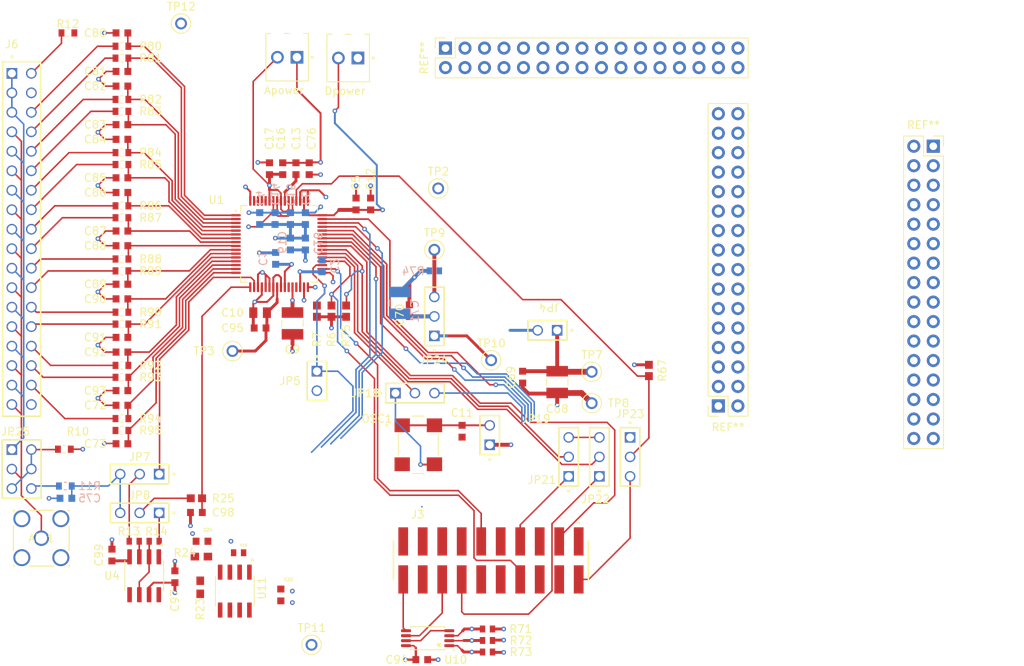
<source format=kicad_pcb>
(kicad_pcb (version 20240108) (generator "pcbnew") (generator_version "8.0")
  (layers (0 "F.Cu" signal) (1 "In1.Cu" signal) (2 "In2.Cu" signal) (31 "B.Cu" signal) (34 "B.Paste" user) (35 "F.Paste" user) (36 "B.SilkS" user "B.Silkscreen") (37 "F.SilkS" user "F.Silkscreen") (38 "B.Mask" user) (39 "F.Mask" user) (44 "Edge.Cuts" user))
  (net 0 "")
  (net 1 "11")
  (net 2 "AVSS")
  (net 3 "VCAP4")
  (net 4 "GNDA")
  (net 5 "VCAP2")
  (net 6 "VCAP3")
  (net 7 "AVDD")
  (net 8 "VCAP1")
  (net 9 "VREFP")
  (net 10 "Net-(OSC1-E{slash}D)")
  (net 11 "AIN1N")
  (net 12 "AIN1P")
  (net 13 "REF_ELEC")
  (net 14 "AIN8N")
  (net 15 "AIN8P")
  (net 16 "AIN7N")
  (net 17 "AIN7P")
  (net 18 "AIN6N")
  (net 19 "AIN6P")
  (net 20 "AIN5N")
  (net 21 "AIN5P")
  (net 22 "AIN4N")
  (net 23 "AIN4P")
  (net 24 "AIN3N")
  (net 25 "AIN3P")
  (net 26 "AIN2N")
  (net 27 "AIN2P")
  (net 28 "Net-(U4-V-)")
  (net 29 "36")
  (net 30 "10")
  (net 31 "20")
  (net 32 "1")
  (net 33 "24")
  (net 34 "28")
  (net 35 "14")
  (net 36 "32")
  (net 37 "26")
  (net 38 "18")
  (net 39 "6")
  (net 40 "22")
  (net 41 "8")
  (net 42 "12")
  (net 44 "30")
  (net 45 "34")
  (net 46 "16")
  (net 47 "Net-(J6-Pad02)")
  (net 48 "SRB2")
  (net 49 "{slash}PWDN")
  (net 50 "Net-(JP8-Pad02)")
  (net 51 "Net-(U4--IN)")
  (net 52 "EXT_CLK")
  (net 53 "CLK")
  (net 54 "Net-(OSC1-OUTPUT)")
  (net 55 "DVDD")
  (net 56 "Net-(JP25-Pad02)")
  (net 57 "Net-(JP25-Pad06)")
  (net 58 "{slash}RESET")
  (net 59 "BIAS_SHD")
  (net 60 "Net-(U4-+IN)")
  (net 61 "SRB1")
  (net 62 "SPI_CS")
  (net 64 "GPIO1")
  (net 65 "SPI_START")
  (net 66 "GPIO4")
  (net 67 "DAISY_IN")
  (net 68 "CLKSEL")
  (net 69 "GPIO3")
  (net 70 "GPIO2")
  (net 71 "SPI_DRDY")
  (net 72 "SPI_IN")
  (net 73 "SPI_CLK")
  (net 74 "SPI_OUT")
  (net 76 "Net-(JP8-Pad01)")
  (net 77 "Net-(JP7-Pad02)")
  (net 78 "GND")
  (net 79 "+5V")
  (net 80 "Net-(J3-Pin_14)")
  (net 82 "/SCL")
  (net 83 "/SDA")
  (net 84 "Net-(J4-Pin_10)")
  (net 85 "Net-(J3-Pin_1)")
  (net 86 "Net-(J3-Pin_7)")
  (net 87 "Net-(J3-Pin_2)")
  (net 88 "Net-(J4-Pin_7)")
  (net 89 "Net-(J4-Pin_9)")
  (net 94 "{slash}MR2")
  (footprint "5000:KEYSTONE_5000" (layer "F.Cu") (at 163.4 89.9)
    (property "Reference" "TP10")
    (property "Value" "5001" (hide yes))
  )
  (footprint "5001:KEYSTONE_5001" (layer "F.Cu") (at 156.5 67.5)
    (property "Reference" "TP2")
    (property "Value" "5001" (hide yes))
  )
  (footprint "1725656:PHOENIX_1725656" (layer "F.Cu") (at 147.54 47.4 180)
    (property "Reference" "Dpower")
    (property "Value" "PHOENIX_1725656" (hide yes))
  )
  (footprint "RC0603FR-074K99L:RESC1608X60N" (layer "F.Cu") (at 115.3 99.059694 180)
    (property "Reference" "R95")
    (property "Value" "4.99K" (hide yes))
  )
  (footprint "5001:KEYSTONE_5001" (layer "F.Cu") (at 123 46)
    (property "Reference" "TP12")
    (property "Value" "5001" (hide yes))
  )
  (footprint "Connector_PinSocket_2.54mm:PinSocket_2x16_P2.54mm_Vertical" (layer "F.Cu") (at 193 95.86 180)
    (property "Reference" "REF**")
    (property "Value" "PinSocket_2x16_P2.54mm_Vertical" (hide yes))
  )
  (footprint "RC0603FR-074K99L:RESC1608X60N" (layer "F.Cu") (at 115.3 85.190278 180)
    (property "Reference" "R91")
    (property "Value" "4.99K" (hide yes))
  )
  (footprint "TSW-102-07-T-S:SAMTEC_TSW-102-07-T-S" (layer "F.Cu") (at 170.73 86 180)
    (property "Reference" "JP4")
    (property "Value" "TSW-102-07-T-S" (hide yes))
  )
  (footprint "GRM188R71H472KA01D:CAPC1608X90N" (layer "F.Cu") (at 115.3 52.250415)
    (property "Reference" "C81")
    (property "Value" "4.7nF" (hide yes))
  )
  (footprint "RC0603FR-074K99L:RESC1608X60N" (layer "F.Cu") (at 115.3 90.572509 180)
    (property "Reference" "R92")
    (property "Value" "4.99K" (hide yes))
  )
  (footprint "GRM188R71H472KA01D:CAPC1608X90N" (layer "F.Cu") (at 115.3 74.969416 180)
    (property "Reference" "C88")
    (property "Value" "4.7nF" (hide yes))
  )
  (footprint "GRM188R71H472KA01D:CAPC1608X90N" (layer "F.Cu") (at 115.3 54.165292 180)
    (property "Reference" "C82")
    (property "Value" "4.7nF" (hide yes))
  )
  (footprint "RC0402JR-070RL:RESC1005X40" (layer "F.Cu") (at 162.9257 127.9375 180)
    (property "Reference" "R73")
    (property "Value" "0" (hide yes))
  )
  (footprint "24AA256-I_ST:SOP8P65_300X640X120L60X24N" (layer "F.Cu") (at 155.1257 126.1375 180)
    (property "Reference" "U10")
    (property "Value" "24AA256-I/ST" (hide yes))
  )
  (footprint "GRM188R61E105KA12D:CAPC1608X90N" (layer "F.Cu") (at 159.6125 99.155 -90)
    (property "Reference" "C11")
    (property "Value" "1uF" (hide yes))
  )
  (footprint "GRM188R71H472KA01D:CAPC1608X90N" (layer "F.Cu") (at 115.3 73.054539)
    (property "Reference" "C87")
    (property "Value" "4.7nF" (hide yes))
  )
  (footprint "TSW-102-07-T-S:SAMTEC_TSW-102-07-T-S" (layer "F.Cu") (at 163.2125 99.655 90)
    (property "Reference" "JP19")
    (property "Value" "TSW-102-07-T-S" (hide yes))
  )
  (footprint "132134:132134_AMP" (layer "F.Cu") (at 104.8 113.1)
    (property "Reference" "AIN1")
    (property "Value" "AIN1" (hide yes))
  )
  (footprint "5000:KEYSTONE_5000" (layer "F.Cu") (at 176.5 91.41)
    (property "Reference" "TP7")
    (property "Value" "5001" (hide yes))
  )
  (footprint "TSW-103-07-T-S:SAMTEC_TSW-103-07-T-S" (layer "F.Cu") (at 173.5 102.5 90)
    (property "Reference" "JP21")
    (property "Value" "TSW-103-07-T-S" (hide yes))
  )
  (footprint "GRM188R71H472KA01D:CAPC1608X90N" (layer "F.Cu") (at 115.3 88.838832 180)
    (property "Reference" "C92")
    (property "Value" "4.7nF" (hide yes))
  )
  (footprint "RC0603FR-074K99L:RESC1608X60N" (layer "F.Cu") (at 115.3 64.386154 180)
    (property "Reference" "R85")
    (property "Value" "4.99K" (hide yes))
  )
  (footprint "GRM188R71H104KA93D:CAPC1608X90N" (layer "F.Cu") (at 133.3 85.7 180)
    (property "Reference" "C95")
    (property "Value" "0.1uF" (hide yes))
  )
  (footprint "TSW-103-07-T-S:SAMTEC_TSW-103-07-T-S" (layer "F.Cu") (at 117.61 104.75 180)
    (property "Reference" "JP7")
    (property "Value" "TSW-103-07-T-S" (hide yes))
  )
  (footprint "OPA376AID:SOIC127P599X175-8N" (layer "F.Cu") (at 118.2 118 -90)
    (property "Reference" "U4")
    (property "Value" "OPA376" (hide yes))
  )
  (footprint "GRM188R61E105KA12D:CAPC1608X90N" (layer "F.Cu") (at 136 120.5 90)
    (property "Reference" "C23")
    (property "Value" "CAPC1608X90N" (hide yes))
  )
  (footprint "GRM188R71H472KA01D:CAPC1608X90N" (layer "F.Cu") (at 115.3 93.858663)
    (property "Reference" "C93")
    (property "Value" "4.7nF" (hide yes))
  )
  (footprint "RC0603FR-074K99L:RESC1608X60N" (layer "F.Cu") (at 115.3 83.637801 180)
    (property "Reference" "R90")
    (property "Value" "4.99K" (hide yes))
  )
  (footprint "GRM188R71H472KA01D:CAPC1608X90N" (layer "F.Cu") (at 115.3 95.77354 180)
    (property "Reference" "C72")
    (property "Value" "4.7nF" (hide yes))
  )
  (footprint "SSW-118-21-F-D:SAMTEC_SSW-118-21-F-D" (layer "F.Cu") (at 103.96 52.5 90)
    (property "Reference" "J6")
    (property "Value" "36PIN_IDC" (hide yes))
  )
  (footprint "5000:KEYSTONE_5000" (layer "F.Cu") (at 129.7 88.7)
    (property "Reference" "TP3")
    (property "Value" "5000" (hide yes))
  )
  (footprint "Connector_PinSocket_2.54mm:PinSocket_2x16_P2.54mm_Vertical" (layer "F.Cu") (at 221 62)
    (property "Reference" "REF**")
    (property "Value" "PinSocket_2x16_P2.54mm_Vertical")
  )
  (footprint "RC0603FR-0710KL:RESC1607X60N" (layer "F.Cu") (at 140.7 83.5 90)
    (property "Reference" "R7")
    (property "Value" "10K" (hide yes))
  )
  (footprint "RC0603JR-072ML:0603" (layer "F.Cu") (at 125.65 115.5)
    (property "Reference" "R24")
    (property "Value" "0603" (hide yes))
  )
  (footprint "GRM188R61E105KA12D:CAPC1608X90N" (layer "F.Cu") (at 114 115.3 90)
    (property "Reference" "C99")
    (property "Value" "1uF" (hide yes))
  )
  (footprint "RC0603JR-070RL:RESC1607X60N" (layer "F.Cu") (at 125 107.9 180)
    (property "Reference" "R25")
    (property "Value" "0" (hide yes))
  )
  (footprint "GRM188R71H104KA93D:CAPC1608X90N" (layer "F.Cu") (at 152.75 83.4375 90)
    (property "Reference" "C70")
    (property "Value" "0.1uF" (hide yes))
  )
  (footprint "RC0603FR-074K99L:RESC1608X60N" (layer "F.Cu") (at 115.3 69.768385 180)
    (property "Reference" "R86")
    (property "Value" "4.99K" (hide yes))
  )
  (footprint "TSW-103-07-T-S:SAMTEC_TSW-103-07-T-S" (layer "F.Cu") (at 156 84.1875 90)
    (property "Reference" "JP24")
    (property "Value" "TSW-103-07-T-S" (hide yes))
  )
  (footprint "RC0603FR-074K99L:RESC1608X60N" (layer "F.Cu") (at 115.3 78.25557 180)
    (property "Reference" "R89")
    (property "Value" "4.99K" (hide yes))
  )
  (footprint "GRM188R71H472KA01D:CAPC1608X90N" (layer "F.Cu") (at 115.3 47.230584 180)
    (property "Reference" "C80")
    (property "Value" "4.7nF" (hide yes))
  )
  (footprint "RC0603FR-074K99L:RESC1608X60N" (layer "F.Cu") (at 115.3 92.124986 180)
    (property "Reference" "R93")
    (property "Value" "4.99K" (hide yes))
  )
  (footprint "GRM188R71H104KA93D:CAPC1608X90N" (layer "F.Cu") (at 154.3557 128.9375)
    (property "Reference" "C94")
    (property "Value" "0.1uF" (hide yes))
  )
  (footprint "RC0603FR-074K99L:RESC1608X60N" (layer "F.Cu") (at 115.3 57.451446 180)
    (property "Reference" "R83")
    (property "Value" "4.99K" (hide yes))
  )
  (footprint "RC0603FR-074K99L:RESC1608X60N" (layer "F.Cu") (at 115.3 97.507217 180)
    (property "Reference" "R94")
    (property "Value" "4.99K" (hide yes))
  )
  (footprint "RC0603JR-072ML:0603" (layer "F.Cu") (at 125.5 119.5 90)
    (property "Reference" "R23")
    (property "Value" "0603" (hide yes))
  )
  (footprint "RC0402JR-070RL:RESC1005X40" (layer "F.Cu") (at 162.9257 126.4375 180)
    (property "Reference" "R72")
    (property "Value" "0" (hide yes))
  )
  (footprint "GRM219R61A106KE44D:CAPC2012X95N" (layer "F.Cu") (at 133.3 83.7 180)
    (property "Reference" "C10")
    (property "Value" "10uF" (hide yes))
  )
  (footprint "1725656:PHOENIX_1725656" (layer "F.Cu") (at 139.5975 47.3 180)
    (property "Reference" "Apower")
    (property "Value" "PHOENIX_1725656" (hide yes))
  )
  (footprint "RC0603FR-074K99L:RESC1608X60N" (layer "F.Cu") (at 115.3 62.833677 180)
    (property "Reference" "R84")
    (property "Value" "4.99K" (hide yes))
  )
  (footprint "RC0402JR-070RL:RESC1005X40" (layer "F.Cu") (at 130.5 115)
    (property "Reference" "R15")
    (property "Value" "RESC1005X40" (hide yes))
  )
  (footprint "LMK325BJ107MM_T:CAPC3225X280N" (layer "F.Cu") (at 172 92.75 -90)
    (property "Reference" "C68")
    (property "Value" "100uF" (hide yes))
  )
  (footprint "GRM188R61E105KA12D:CAPC1608X90N" (layer "F.Cu") (at 139.7 64.93 -90)
    (property "Reference" "C76")
    (property "Value" "1uF" (hide yes))
  )
  (footprint "ADS1299CPAG:QFP64P50_1200X1200X120L60X22N" (layer "F.Cu") (at 135.77 74.75)
    (property "Reference" "U1")
    (property "Value" "ADS1299IPAG" (hide yes))
  )
  (footprint "OPA376AID:SOIC127P599X175-8N" (layer "F.Cu") (at 130 120 -90)
    (property "Reference" "U11")
    (property "Value" "SOIC127P599X175-8N" (hide yes))
  )
  (footprint "GRM188R71H472KA01D:CAPC1608X90N" (layer "F.Cu") (at 115.3 81.904124 180)
    (property "Reference" "C90")
    (property "Value" "4.7nF" (hide yes))
  )
  (footprint "GRM188R71H472KA01D:CAPC1608X90N" (layer "F.Cu") (at 115.3 86.923955)
    (property "Reference" "C91")
    (property "Value" "4.7nF" (hide yes))
  )
  (footprint "RC0603FR-074K99L:RESC1608X60N" (layer "F.Cu") (at 115.3 71.320862 180)
    (property "Reference" "R87")
    (property "Value" "4.99K" (hide yes))
  )
  (footprint "FXO-HC735:XTAL_FXO-HC735-8" (layer "F.Cu") (at 153.9125 100.925 -90)
    (property "Reference" "OSC1")
    (property "Value" "HC735-2.048MHZ" (hide yes))
  )
  (footprint "Connector_PinSocket_2.54mm:PinSocket_2x16_P2.54mm_Vertical" (layer "F.Cu") (at 157.45 49.21 90)
    (property "Reference" "REF**")
    (property "Value" "PinSocket_2x16_P2.54mm_Vertical" (hide yes))
  )
  (footprint "TSW-103-07-T-S:SAMTEC_TSW-103-07-T-S" (layer "F.Cu") (at 117.61 109.8 180)
    (property "Reference" "JP8")
    (property "Value" "TSW-103-07-T-S" (hide yes))
  )
  (footprint "TSW-103-07-T-D:SAMTEC_TSW-103-07-T-D" (layer "F.Cu") (at 102.23 104.0875 -90)
    (property "Reference" "JP25")
    (property "Value" "TSW-103-07-T-D" (hide yes))
  )
  (footprint "RC0603FR-074K99L:RESC1608X60N" (layer "F.Cu") (at 108.2618 47.230584)
    (property "Reference" "R12")
    (property "Value" "4.99K" (hide yes))
  )
  (footprint "GRM188R71H104KA93D:CAPC1608X90N" (layer "F.Cu") (at 167.5 92.1 -90)
    (property "Reference" "C69")
    (property "Value" "0.1uF" (hide yes))
  )
  (footprint "GRM188R71H472KA01D:CAPC1608X90N" (layer "F.Cu") (at 115.3 66.119831)
    (property "Reference" "C85")
    (property "Value" "4.7nF" (hide yes))
  )
  (footprint "GRM188R71H472KA01D:CAPC1608X90N" (layer "F.Cu") (at 115.3 100.793394)
    (property "Reference" "C73")
    (property "Value" "4.7nF" (hide yes))
  )
  (footprint "5001:KEYSTONE_5001" (layer "F.Cu") (at 140 127)
    (property "Reference" "TP11")
    (property "Value" "5001" (hide yes))
  )
  (footprint "TSM-110-01-T-DV-P-TR:SAMTEC_TSM-110-01-T-DV-P-TR" (layer "F.Cu") (at 163.3732 116)
    (property "Reference" "J3")
    (property "Value" "Conn_02x10_Odd_Even" (hide yes))
  )
  (footprint "GRM188R61E105KA12D:CAPC1608X90N" (layer "F.Cu") (at 134.52 64.93 90)
    (property "Reference" "C17")
    (property "Value" "1uF" (hide yes))
  )
  (footprint "RC0402JR-070RL:RESC1005X40" (layer "F.Cu") (at 119.5 113.5 180)
    (property "Reference" "R14")
    (property "Value" "0" (hide yes))
  )
  (footprint "RC0603FR-0710KL:RESC1607X60N" (layer "F.Cu") (at 144.5 83.5 90)
    (property "Reference" "R75")
    (property "Value" "10K" (hide yes))
  )
  (footprint "RC0603FR-074K99L:RESC1608X60N" (layer "F.Cu") (at 107.8 101.5)
    (property "Reference" "R10")
    (property "Value" "4.99K" (hide yes))
  )
  (footprint "GRM188R71H472KA01D:CAPC1608X90N" (layer "F.Cu") (at 115.3 59.185123)
    (property "Reference" "C83")
    (property "Value" "4.7nF" (hide yes))
  )
  (footprint "RC0402JR-070RL:RESC1005X40" (layer "F.Cu") (at 116.9 113.5 180)
    (property "Reference" "R13")
    (property "Value" "0" (hide yes))
  )
  (footprint "RC0603FR-0710KL:RESC1607X60N" (layer "F.Cu") (at 142.6 83.5 90)
    (property "Reference" "R6")
    (property "Value" "10K" (hide yes))
  )
  (footprint "5001:KEYSTONE_5001" (layer "F.Cu") (at 176.5 95.5)
    (property "Reference" "TP8")
    (property "Value" "5001" (hide yes))
  )
  (footprint "GRM188R71H472KA01D:CAPC1608X90N" (layer "F.Cu") (at 115.3 79.989247)
    (property "Reference" "C89")
    (property "Value" "4.7nF" (hide yes))
  )
  (footprint "TSW-102-07-T-S:SAMTEC_TSW-102-07-T-S" (layer "F.Cu") (at 140.7 92.6 -90)
    (property "Reference" "JP5")
    (property "Value" "TSW-102-07-T-S" (hide yes))
  )
  (footprint "RC0603FR-074K99L:RESC1608X60N" (layer "F.Cu") (at 115.3 55.898969 180)
    (property "Reference" "R82")
    (property "Value" "4.99K" (hide yes))
  )
  (footprint "RC0603FR-074K99L:RESC1608X60N" (layer "F.Cu") (at 115.3 48.964261 180)
    (property "Reference" "R80")
    (property "Value" "4.99K" (hide yes))
  )
  (footprint "GRM188R71H472KA01D:CAPC1608X90N" (layer "F.Cu") (at 115.3 68.034708 180)
    (property "Reference" "C86")
    (property "Value" "4.7nF" (hide yes))
  )
  (footprint "5000:KEYSTONE_5000" (layer "F.Cu") (at 156 75.5)
    (property "Reference" "TP9")
    (property "Value" "5001" (hide yes))
  )
  (footprint "GRM188R61E105KA12D:CAPC1608X90N" (layer "F.Cu") (at 145.8 69.53 90)
    (property "Reference" "C5")
    (property "Value" "1uF" (hide yes))
  )
  (footprint "GRM188R61E105KA12D:CAPC1608X90N" (layer "F.Cu") (at 125.73 113.5)
    (property "Reference" "C24")
    (property "Value" "CAPC1608X90N" (hide yes))
  )
  (footprint "RC0402JR-070RL:RESC1005X40" (layer "F.Cu") (at 162.9257 124.9375 180)
    (property "Reference" "R71")
    (property "Value" "0" (hide yes))
  )
  (footprint "GRM188R71H104KA93D:CAPC1608X90N" (layer "F.Cu") (at 136.246666 64.93 90)
    (property "Reference" "C16")
    (property "Value" "0.1uF" (hide yes))
  )
  (footprint "TSW-103-07-T-S:SAMTEC_TSW-103-07-T-S" (layer "F.Cu") (at 181.5 102.5 -90)
    (property "Reference" "JP23")
    (property "Value" "TSW-103-07-T-S" (hide yes))
  )
  (footprint "GRM188R71H104KA93D:CAPC1608X90N" (layer "F.Cu") (at 125 109.75 180)
    (property "Reference" "C98")
    (property "Value" "0.01uF" (hide yes))
  )
  (footprint "GRM188R71H472KA01D:CAPC1608X90N" (layer "F.Cu") (at 115.3 61.1 180)
    (property "Reference" "C84")
    (property "Value" "4.7nF" (hide yes))
  )
  (footprint "TSW-103-07-T-S:SAMTEC_TSW-103-07-T-S" (layer "F.Cu") (at 153.4725 94.185)
    (property "Reference" "JP18")
    (property "Value" "TSW-103-07-T-S" (hide yes))
  )
  (footprint "LMK325BJ107MM_T:CAPC3225X280N" (layer "F.Cu") (at 137.52 85.1 -90)
    (property "Reference" "C9")
    (property "Value" "100uF" (hide yes))
  )
  (footprint "RC0603FR-074K99L:RESC1608X60N" (layer "F.Cu") (at 115.3 50.516738 180)
    (property "Reference" "R81")
    (property "Value" "4.99K" (hide yes))
  )
  (footprint "GRM188R61E105KA12D:CAPC1608X90N" (layer "F.Cu") (at 122.2 118.13 90)
    (property "Reference" "C97")
    (property "Value" "1uF" (hide yes))
  )
  (footprint "GRM188R71H104KA93D:CAPC1608X90N" (layer "F.Cu") (at 137.973332 64.93 90)
    (property "Reference" "C13")
    (property "Value" "0.1uF" (hide yes))
  )
  (footprint "RC0603FR-0710KL:RESC1607X60N" (layer "F.Cu") (at 183.95 91.235 -90)
    (property "Reference" "R67")
    (property "Value" "10K" (hide yes))
  )
  (footprint "RC0603FR-074K99L:RESC1608X60N" (layer "F.Cu") (at 115.3 76.703093 180)
    (property "Reference" "R88")
    (property "Value" "4.99K" (hide yes))
  )
  (footprint "TSW-103-07-T-S:SAMTEC_TSW-103-07-T-S" (layer "F.Cu") (at 177.5 102.5 90)
    (property "Reference" "JP22")
    (property "Value" "TSW-103-07-T-S" (hide yes))
  )
  (footprint "GRM188R71H104KA93D:CAPC1608X90N" (layer "F.Cu") (at 147.7 69.53 90)
    (property "Reference" "C12")
    (property "Value" "0.1uF" (hide yes))
  )
  (footprint "GRM188R71H472KA01D:CAPC1608X90N" (layer "B.Cu") (at 108 107.9 180)
    (property "Reference" "C75")
    (property "Value" "4.7nF" (hide yes))
  )
  (footprint "GRM188R61E105KA12D:CAPC1608X90N" (layer "B.Cu") (at 135.325 76.625 90)
    (property "Reference" "C1")
    (property "Value" "1uF" (hide yes))
  )
  (footprint "GRM188R71H104KA93D:CAPC1608X90N" (layer "B.Cu") (at 135.25 71.43 90)
    (property "Reference" "C14")
    (property "Value" "0.1uF" (hide yes))
  )
  (footprint "RC0402JR-070RL:RESC1005X40" (layer "B.Cu") (at 156 78.25 180)
    (property "Reference" "R74")
    (property "Value" "0" (hide yes))
  )
  (footprint "GRM188R61E105KA12D:CAPC1608X90N" (layer "B.Cu") (at 141.375 77.6 90)
    (property "Reference" "C2")
    (property "Value" "1uF" (hide yes))
  )
  (footprint "GRM188R71H104KA93D:CAPC1608X90N" (layer "B.Cu") (at 137.25 74.75 -90)
    (property "Reference" "C19")
    (property "Value" "0.1uF" (hide yes))
  )
  (footprint "GRM188R71H104KA93D:CAPC1608X90N" (layer "B.Cu") (at 139.2 74.75 -90)
    (property "Reference" "C18")
    (property "Value" "0.1uF" (hide yes))
  )
  (footprint "GRM188R71H104KA93D:CAPC1608X90N" (layer "B.Cu") (at 137.25 71.43 90)
    (property "Reference" "C15")
    (property "Value" "0.1uF" (hide yes))
  )
  (footprint "RC0603FR-074K99L:RESC1608X60N" (layer "B.Cu") (at 107.925 106.3)
    (property "Reference" "R11")
    (property "Value" "4.99K" (hide yes))
  )
  (footprint "GRM188R61E105KA12D:CAPC1608X90N" (layer "B.Cu") (at 133.25 71.43 90)
    (property "Reference" "C4")
    (property "Value" "1uF" (hide yes))
  )
  (footprint "GRM188R61E105KA12D:CAPC1608X90N" (layer "B.Cu") (at 139.2 71.43 90)
    (property "Reference" "C6")
    (property "Value" "1uF" (hide yes))
  )
  (footprint "LMK325BJ107MM_T:CAPC3225X280N" (layer "B.Cu") (at 151.5 82.42 90)
    (property "Reference" "C71")
    (property "Value" "100uF" (hide yes))
  )
  (gr_line (start 116.3 116.05) (end 113.95 116.05) (stroke (width 0.381)) (layer "F.Cu") (net 28))
  (segment (start 102.2 66.44) (end 100.96 65.2) (width 0.2032) (layer "F.Cu") (net 1))
  (segment (start 102.2 61.36) (end 100.96 60.12) (width 0.2032) (layer "F.Cu") (net 1))
  (segment (start 102.2 71.52) (end 102.2 66.44) (width 0.2032) (layer "F.Cu") (net 1))
  (segment (start 102.2 107.55) (end 104.8 110.15) (width 0.2032) (layer "F.Cu") (net 1))
  (segment (start 102.2 91.84) (end 102.2 86.76) (width 0.2032) (layer "F.Cu") (net 1))
  (segment (start 102.2 96.92) (end 102.2 91.84) (width 0.2032) (layer "F.Cu") (net 1))
  (segment (start 102.2 66.44) (end 102.2 61.36) (width 0.2032) (layer "F.Cu") (net 1))
  (segment (start 102.2 81.68) (end 100.96 80.44) (width 0.2032) (layer "F.Cu") (net 1))
  (segment (start 102.2 91.84) (end 100.96 90.6) (width 0.2032) (layer "F.Cu") (net 1))
  (segment (start 102.2 86.76) (end 102.2 81.68) (width 0.2032) (layer "F.Cu") (net 1))
  (segment (start 102.2 81.68) (end 102.2 76.6) (width 0.2032) (layer "F.Cu") (net 1))
  (segment (start 102.2 71.52) (end 100.96 70.28) (width 0.2032) (layer "F.Cu") (net 1))
  (segment (start 104.8 110.15) (end 104.8 113.1) (width 0.2032) (layer "F.Cu") (net 1))
  (segment (start 102.2 76.6) (end 100.96 75.36) (width 0.2032) (layer "F.Cu") (net 1))
  (segment (start 100.96 104.0875) (end 102.2 105.3275) (width 0.2032) (layer "F.Cu") (net 1))
  (segment (start 102.2 96.92) (end 100.96 95.68) (width 0.2032) (layer "F.Cu") (net 1))
  (segment (start 102.2 86.76) (end 100.96 85.52) (width 0.2032) (layer "F.Cu") (net 1))
  (segment (start 102.2 105.3275) (end 102.2 96.92) (width 0.2032) (layer "F.Cu") (net 1))
  (segment (start 102.2 105.3275) (end 102.2 107.55) (width 0.2032) (layer "F.Cu") (net 1))
  (segment (start 102.2 76.6) (end 102.2 71.52) (width 0.2032) (layer "F.Cu") (net 1))
  (segment (start 132.6 82.3) (end 132.412 82.488) (width 0.254) (layer "F.Cu") (net 2))
  (segment (start 136.720771 71.1) (end 137 71.1) (width 0.2032) (layer "F.Cu") (net 2))
  (segment (start 136.720771 71.1) (end 136.2 71.1) (width 0.2032) (layer "F.Cu") (net 2))
  (segment (start 135.02 80.38) (end 135.02 81.48) (width 0.254) (layer "F.Cu") (net 2))
  (segment (start 132.412 85.582) (end 132.53 85.7) (width 0.381) (layer "F.Cu") (net 2))
  (segment (start 139.52 80.38) (end 140.48 80.38) (width 0.254) (layer "F.Cu") (net 2))
  (segment (start 136.02 79.12) (end 136.02 80.38) (width 0.254) (layer "F.Cu") (net 2))
  (segment (start 135.7 78.8) (end 136.02 79.12) (width 0.254) (layer "F.Cu") (net 2))
  (segment (start 139.7 64.1) (end 141.18 64.1) (width 0.254) (layer "F.Cu") (net 2))
  (segment (start 135.02 69.12) (end 135.02 70.52) (width 0.2032) (layer "F.Cu") (net 2))
  (segment (start 135.35 78.8) (end 135.7 78.8) (width 0.254) (layer "F.Cu") (net 2))
  (segment (start 136.2 71.1) (end 135.52 70.42) (width 0.2032) (layer "F.Cu") (net 2))
  (segment (start 135.52 70.42) (end 135.52 69.12) (width 0.2032) (layer "F.Cu") (net 2))
  (segment (start 132.412 83.7) (end 132.412 85.582) (width 0.381) (layer "F.Cu") (net 2))
  (segment (start 137.52 70.58) (end 137.52 69.12) (width 0.2032) (layer "F.Cu") (net 2))
  (segment (start 141.18 64.1) (end 141.18 57.705) (width 0.254) (layer "F.Cu") (net 2))
  (segment (start 132.412 82.488) (end 132.412 83.7) (width 0.254) (layer "F.Cu") (net 2))
  (segment (start 135.6 71.1) (end 136.720771 71.1) (width 0.2032) (layer "F.Cu") (net 2))
  (segment (start 135.02 70.52) (end 133.04 72.5) (width 0.2032) (layer "F.Cu") (net 2))
  (segment (start 135.02 70.52) (end 135.6 71.1) (width 0.2032) (layer "F.Cu") (net 2))
  (segment (start 135.02 81.48) (end 134.2 82.3) (width 0.254) (layer "F.Cu") (net 2))
  (segment (start 132.6 82.3) (end 132.412 82.488) (width 0.254) (layer "F.Cu") (net 2))
  (segment (start 141.18 57.705) (end 138.0975 54.6225) (width 0.254) (layer "F.Cu") (net 2))
  (segment (start 138.0975 50.4) (end 138.0975 54.6225) (width 0.2) (layer "F.Cu") (net 2))
  (segment (start 135.02 79.13) (end 135.35 78.8) (width 0.254) (layer "F.Cu") (net 2))
  (segment (start 137.52 86.52) (end 137.52 88.73) (width 0.508) (layer "F.Cu") (net 2))
  (segment (start 133.52 80.38) (end 133.52 81.38) (width 0.254) (layer "F.Cu") (net 2))
  (segment (start 136.246666 64.16) (end 139.7 64.16) (width 0.254) (layer "F.Cu") (net 2))
  (segment (start 135.02 80.38) (end 135.02 79.13) (width 0.254) (layer "F.Cu") (net 2))
  (segment (start 134.2 82.3) (end 132.6 82.3) (width 0.254) (layer "F.Cu") (net 2))
  (segment (start 133.52 81.38) (end 132.6 82.3) (width 0.254) (layer "F.Cu") (net 2))
  (segment (start 137 71.1) (end 137.52 70.58) (width 0.2032) (layer "F.Cu") (net 2))
  (segment (start 133.04 72.5) (end 131.8 72.5) (width 0.2032) (layer "F.Cu") (net 2))
  (via (at 141.18 64.1) (size 0.6) (drill 0.3) (layers "F.Cu" "B.Cu") (net 2))
  (via (at 132.6 82.3) (size 0.6) (drill 0.3) (layers "F.Cu" "B.Cu") (net 2))
  (via (at 133.2 75.9) (size 0.6) (drill 0.3) (layers "F.Cu" "B.Cu") (net 2))
  (via (at 131.84 70.66) (size 0.6) (drill 0.3) (layers "F.Cu" "B.Cu") (net 2))
  (via (at 131.8 72.5) (size 0.6) (drill 0.3) (layers "F.Cu" "B.Cu") (net 2))
  (via (at 141.2 69.9) (size 0.6) (drill 0.3) (layers "F.Cu" "B.Cu") (net 2))
  (via (at 140.48 80.38) (size 0.6) (drill 0.3) (layers "F.Cu" "B.Cu") (net 2))
  (via (at 137.52 88.73) (size 0.6) (drill 0.3) (layers "F.Cu" "B.Cu") (net 2))
  (segment (start 133.25 70.66) (end 131.84 70.66) (width 0.254) (layer "B.Cu") (net 2))
  (segment (start 133.2 75.9) (end 135.275 75.9) (width 0.381) (layer "B.Cu") (net 2))
  (segment (start 139.2 70.66) (end 137.25 70.66) (width 0.254) (layer "B.Cu") (net 2))
  (segment (start 135.25 70.66) (end 133.25 70.66) (width 0.254) (layer "B.Cu") (net 2))
  (segment (start 137.25 70.66) (end 135.25 70.66) (width 0.254) (layer "B.Cu") (net 2))
  (segment (start 140.44 70.66) (end 139.2 70.66) (width 0.254) (layer "B.Cu") (net 2))
  (segment (start 139.17 70.66) (end 139.2 70.69) (width 0.254) (layer "B.Cu") (net 2))
  (segment (start 141.2 69.9) (end 140.44 70.66) (width 0.254) (layer "B.Cu") (net 2))
  (segment (start 136.52 78.33) (end 136.52 80.38) (width 0.254) (layer "F.Cu") (net 3))
  (segment (start 137.4 77.45) (end 136.52 78.33) (width 0.254) (layer "F.Cu") (net 3))
  (segment (start 137.4 77.395) (end 137.4 77.45) (width 0.254) (layer "F.Cu") (net 3))
  (via (at 137.4 77.395) (size 0.6) (drill 0.3) (layers "F.Cu" "B.Cu") (net 3))
  (segment (start 137.4 77.395) (end 135.325 77.395) (width 0.381) (layer "B.Cu") (net 3))
  (segment (start 113.085292 74.969416) (end 114.45 74.969416) (width 0.2032) (layer "F.Cu") (net 4))
  (segment (start 142.8 79.7) (end 142.8 78.9) (width 0.2032) (layer "F.Cu") (net 4))
  (segment (start 122.2 117.33) (end 122.2 116.1) (width 0.381) (layer "F.Cu") (net 4))
  (segment (start 139.5 67.75) (end 141 67.75) (width 0.254) (layer "F.Cu") (net 4))
  (segment (start 141.875 68.625) (end 142 68.75) (width 0.254) (layer "F.Cu") (net 4))
  (segment (start 113.085292 88.838832) (end 114.45 88.838832) (width 0.2032) (layer "F.Cu") (net 4))
  (segment (start 138.52 67.98) (end 138.75 67.75) (width 0.254) (layer "F.Cu") (net 4))
  (segment (start 113.085292 95.77354) (end 114.45 95.77354) (width 0.2032) (layer "F.Cu") (net 4))
  (segment (start 114.53 47.230584) (end 113.019416 47.230584) (width 0.2032) (layer "F.Cu") (net 4))
  (segment (start 114.45 59.185123) (end 113.169585 59.185123) (width 0.2032) (layer "F.Cu") (net 4))
  (segment (start 134.47 64.11) (end 134.52 64.16) (width 0.254) (layer "F.Cu") (net 4))
  (segment (start 112.17 87.92354) (end 113.085292 88.838832) (width 0.2032) (layer "F.Cu") (net 4))
  (segment (start 114.45 79.989247) (end 113.169585 79.989247) (width 0.2032) (layer "F.Cu") (net 4))
  (segment (start 138.75 67.75) (end 139.5 67.75) (width 0.254) (layer "F.Cu") (net 4))
  (segment (start 114 114.53) (end 114 113.3) (width 0.381) (layer "F.Cu") (net 4))
  (segment (start 112.17 67.119416) (end 113.085292 68.034708) (width 0.2032) (layer "F.Cu") (net 4))
  (segment (start 112.25 53.25) (end 113.165292 54.165292) (width 0.2032) (layer "F.Cu") (net 4))
  (segment (start 114.45 93.858663) (end 113.169585 93.858663) (width 0.2032) (layer "F.Cu") (net 4))
  (segment (start 112.17 60.184708) (end 113.085292 61.1) (width 0.2032) (layer "F.Cu") (net 4))
  (segment (start 113.165292 54.165292) (end 114.53 54.165292) (width 0.2032) (layer "F.Cu") (net 4))
  (segment (start 108.689416 101.5) (end 110.2 101.5) (width 0.2032) (layer "F.Cu") (net 4))
  (segment (start 113.085292 68.034708) (end 114.45 68.034708) (width 0.2032) (layer "F.Cu") (net 4))
  (segment (start 152.75 79.75) (end 153.4 79.1) (width 0.508) (layer "F.Cu") (net 4))
  (segment (start 142.8 78.9) (end 142.4 78.5) (width 0.2032) (layer "F.Cu") (net 4))
  (segment (start 132.02 69.12) (end 132.02 67.92) (width 0.254) (layer "F.Cu") (net 4))
  (segment (start 138.52 69.12) (end 138.52 67.98) (width 0.254) (layer "F.Cu") (net 4))
  (segment (start 112.17 94.858248) (end 113.085292 95.77354) (width 0.2032) (layer "F.Cu") (net 4))
  (segment (start 113.085292 81.904124) (end 114.45 81.904124) (width 0.2032) (layer "F.Cu") (net 4))
  (segment (start 113.085292 61.1) (end 114.45 61.1) (width 0.2032) (layer "F.Cu") (net 4))
  (segment (start 113.169585 79.989247) (end 112.17 80.988832) (width 0.2032) (layer "F.Cu") (net 4))
  (segment (start 139.02 80.38) (end 139.02 82.08) (width 0.254) (layer "F.Cu") (net 4))
  (segment (start 145.8 68.76) (end 145.8 67.15) (width 0.254) (layer "F.Cu") (net 4))
  (segment (start 112.17 74.054124) (end 113.085292 74.969416) (width 0.2032) (layer "F.Cu") (net 4))
  (segment (start 133 64.11) (end 134.47 64.11) (width 0.254) (layer "F.Cu") (net 4))
  (segment (start 114.505292 100.75) (end 112.994708 100.75) (width 0.2032) (layer "F.Cu") (net 4))
  (segment (start 152.75 82.6675) (end 152.75 79.75) (width 0.508) (layer "F.Cu") (net 4))
  (segment (start 113.169585 73.054539) (end 112.17 74.054124) (width 0.2032) (layer "F.Cu") (net 4))
  (segment (start 139.7 65.7) (end 141.18 65.7) (width 0.254) (layer "F.Cu") (net 4))
  (segment (start 114.45 86.923955) (end 113.169585 86.923955) (width 0.2032) (layer "F.Cu") (net 4))
  (segment (start 113.169585 93.858663) (end 112.17 94.858248) (width 0.2032) (layer "F.Cu") (net 4))
  (segment (start 114.45 66.119831) (end 113.169585 66.119831) (width 0.2032) (layer "F.Cu") (net 4))
  (segment (start 114.53 52.250415) (end 113.249585 52.250415) (width 0.2032) (layer "F.Cu") (net 4))
  (segment (start 139.52 69.12) (end 139.52 67.77) (width 0.254) (layer "F.Cu") (net 4))
  (segment (start 141 67.75) (end 141.875 68.625) (width 0.254) (layer "F.Cu") (net 4))
  (segment (start 114.45 73.054539) (end 113.169585 73.054539) (width 0.2032) (layer "F.Cu") (net 4))
  (segment (start 112.17 80.988832) (end 113.085292 81.904124) (width 0.2032) (layer "F.Cu") (net 4))
  (segment (start 113.169585 59.185123) (end 112.17 60.184708) (width 0.2032) (layer "F.Cu") (net 4))
  (segment (start 132.02 67.92) (end 131.4 67.3) (width 0.254) (layer "F.Cu") (net 4))
  (segment (start 113.169585 86.923955) (end 112.17 87.92354) (width 0.2032) (layer "F.Cu") (net 4))
  (segment (start 113.169585 66.119831) (end 112.17 67.119416) (width 0.2032) (layer "F.Cu") (net 4))
  (segment (start 113.249585 52.250415) (end 112.25 53.25) (width 0.2032) (layer "F.Cu") (net 4))
  (segment (start 147.7 68.76) (end 147.7 67.15) (width 0.254) (layer "F.Cu") (net 4))
  (segment (start 142.4 78.5) (end 141.4 78.5) (width 0.2032) (layer "F.Cu") (net 4))
  (segment (start 124.23 109.75) (end 124.23 111.48) (width 0.381) (layer "F.Cu") (net 4))
  (segment (start 139.52 67.77) (end 139.5 67.75) (width 0.254) (layer "F.Cu") (net 4))
  (via (at 122.2 116.1) (size 0.6) (drill 0.3) (layers "F.Cu" "B.Cu") (net 4))
  (via (at 131.4 67.3) (size 0.6) (drill 0.3) (layers "F.Cu" "B.Cu") (net 4))
  (via (at 133 64.11) (size 0.6) (drill 0.3) (layers "F.Cu" "B.Cu") (net 4))
  (via (at 112.17 60.184708) (size 0.6) (drill 0.3) (layers "F.Cu" "B.Cu") (net 4))
  (via (at 112.17 67.119416) (size 0.6) (drill 0.3) (layers "F.Cu" "B.Cu") (net 4))
  (via (at 147.7 67.15) (size 0.6) (drill 0.3) (layers "F.Cu" "B.Cu") (net 4))
  (via (at 112.17 94.858248) (size 0.6) (drill 0.3) (layers "F.Cu" "B.Cu") (net 4))
  (via (at 113.019416 47.230584) (size 0.6) (drill 0.3) (layers "F.Cu" "B.Cu") (net 4))
  (via (at 142.8 79.7) (size 0.6) (drill 0.3) (layers "F.Cu" "B.Cu") (net 4))
  (via (at 124.5 112.5) (size 0.6) (drill 0.3) (layers "F.Cu" "B.Cu") (net 4))
  (via (at 129.5 113.5) (size 0.6) (drill 0.3) (layers "F.Cu" "B.Cu") (net 4))
  (via (at 112.17 74.054124) (size 0.6) (drill 0.3) (layers "F.Cu" "B.Cu") (net 4))
  (via (at 139.2 76.9) (size 0.6) (drill 0.3) (layers "F.Cu" "B.Cu") (net 4))
  (via (at 137.5 121.5) (size 0.6) (drill 0.3) (layers "F.Cu" "B.Cu") (net 4))
  (via (at 153.4 79.1) (size 0.6) (drill 0.3) (layers "F.Cu" "B.Cu") (net 4))
  (via (at 110.2 101.5) (size 0.6) (drill 0.3) (layers "F.Cu" "B.Cu") (net 4))
  (via (at 139.02 82.08) (size 0.6) (drill 0.3) (layers "F.Cu" "B.Cu") (net 4))
  (via (at 112.994708 100.75) (size 0.6) (drill 0.3) (layers "F.Cu" "B.Cu") (net 4))
  (via (at 112.17 80.988832) (size 0.6) (drill 0.3) (layers "F.Cu" "B.Cu") (net 4))
  (via (at 124.23 111.48) (size 0.6) (drill 0.3) (layers "F.Cu" "B.Cu") (net 4))
  (via (at 141.18 65.7) (size 0.6) (drill 0.3) (layers "F.Cu" "B.Cu") (net 4))
  (via (at 114 113.3) (size 0.6) (drill 0.3) (layers "F.Cu" "B.Cu") (net 4))
  (via (at 145.8 67.15) (size 0.6) (drill 0.3) (layers "F.Cu" "B.Cu") (net 4))
  (via (at 112.25 53.25) (size 0.6) (drill 0.3) (layers "F.Cu" "B.Cu") (net 4))
  (via (at 112.17 87.92354) (size 0.6) (drill 0.3) (layers "F.Cu" "B.Cu") (net 4))
  (via (at 137.5 120) (size 0.6) (drill 0.3) (layers "F.Cu" "B.Cu") (net 4))
  (via (at 105.8 107.9) (size 0.6) (drill 0.3) (layers "F.Cu" "B.Cu") (net 4))
  (via (at 141.875 68.625) (size 0.6) (drill 0.3) (layers "F.Cu" "B.Cu") (net 4))
  (segment (start 153.4 79.1) (end 154.25 78.25) (width 0.508) (layer "B.Cu") (net 4))
  (segment (start 139.2 75.52) (end 139.2 76.9) (width 0.381) (layer "B.Cu") (net 4))
  (segment (start 107.23 107.9) (end 105.8 107.9) (width 0.2032) (layer "B.Cu") (net 4))
  (segment (start 154.25 78.25) (end 155.35 78.25) (width 0.508) (layer "B.Cu") (net 4))
  (segment (start 151.5 81) (end 153.4 79.1) (width 0.508) (layer "B.Cu") (net 4))
  (segment (start 137.25 75.52) (end 139.2 75.52) (width 0.381) (layer "B.Cu") (net 4))
  (segment (start 138.52 80.38) (end 138.52 78.37) (width 0.254) (layer "F.Cu") (net 5))
  (segment (start 138.52 78.37) (end 138.5 78.35) (width 0.254) (layer "F.Cu") (net 5))
  (via (at 138.5 78.35) (size 0.6) (drill 0.3) (layers "F.Cu" "B.Cu") (net 5))
  (segment (start 138.52 78.37) (end 138.5 78.35) (width 0.381) (layer "B.Cu") (net 5))
  (segment (start 141.375 78.37) (end 138.52 78.37) (width 0.381) (layer "B.Cu") (net 5))
  (segment (start 136.52 69.12) (end 136.52 67.98) (width 0.2032) (layer "F.Cu") (net 6))
  (segment (start 136.52 67.98) (end 137.2 67.3) (width 0.381) (layer "F.Cu") (net 6))
  (segment (start 137.2 67.3) (end 137.973332 66.526668) (width 0.381) (layer "F.Cu") (net 6))
  (segment (start 137.973332 66.526668) (end 137.973332 65.7) (width 0.381) (layer "F.Cu") (net 6))
  (via (at 137.2 67.3) (size 0.6) (drill 0.3) (layers "F.Cu" "B.Cu") (net 6))
  (segment (start 133.3 78.45) (end 133.02 78.73) (width 0.254) (layer "F.Cu") (net 7))
  (segment (start 133.02 78.73) (end 133.02 80.38) (width 0.254) (layer "F.Cu") (net 7))
  (segment (start 119.420001 118.9) (end 122.2 118.9) (width 0.254) (layer "F.Cu") (net 7))
  (segment (start 136.02 68.12) (end 136.02 69.12) (width 0.2032) (layer "F.Cu") (net 7))
  (segment (start 134.52 67.1) (end 132.4 64.98) (width 0.2) (layer "F.Cu") (net 7))
  (segment (start 137.02 70.23056) (end 136.75056 70.5) (width 0.2032) (layer "F.Cu") (net 7))
  (segment (start 134.52 67.7) (end 134.52 67.1) (width 0.381) (layer "F.Cu") (net 7))
  (segment (start 118.835 120.47) (end 118.835 119.485001) (width 0.254) (layer "F.Cu") (net 7))
  (segment (start 134.52 69.12) (end 134.52 67.7) (width 0.254) (layer "F.Cu") (net 7))
  (segment (start 134.52 79.24) (end 134.02 78.74) (width 0.254) (layer "F.Cu") (net 7))
  (segment (start 134.57 65.65) (end 136.196666 65.65) (width 0.381) (layer "F.Cu") (net 7))
  (segment (start 134.52 80.38) (end 134.52 79.24) (width 0.254) (layer "F.Cu") (net 7))
  (segment (start 132.4 64.98) (end 132.4 53.5575) (width 0.2) (layer "F.Cu") (net 7))
  (segment (start 133.6 78.45) (end 133.73 78.45) (width 0.254) (layer "F.Cu") (net 7))
  (segment (start 133.6 78.45) (end 133.3 78.45) (width 0.254) (layer "F.Cu") (net 7))
  (segment (start 134.02 78.74) (end 134.02 80.38) (width 0.254) (layer "F.Cu") (net 7))
  (segment (start 134.52 67.7) (end 135.6 67.7) (width 0.254) (layer "F.Cu") (net 7))
  (segment (start 136.28944 70.5) (end 136.02 70.23056) (width 0.2032) (layer "F.Cu") (net 7))
  (segment (start 135.6 67.7) (end 136.02 68.12) (width 0.2032) (layer "F.Cu") (net 7))
  (segment (start 122.2 118.98) (end 122.2 120.21) (width 0.381) (layer "F.Cu") (net 7))
  (segment (start 132.4 53.5575) (end 135.5575 50.4) (width 0.2) (layer "F.Cu") (net 7))
  (segment (start 136.196666 65.65) (end 136.246666 65.7) (width 0.381) (layer "F.Cu") (net 7))
  (segment (start 118.835 119.485001) (end 119.420001 118.9) (width 0.254) (layer "F.Cu") (net 7))
  (segment (start 134.47 65.65) (end 134.52 65.7) (width 0.381) (layer "F.Cu") (net 7))
  (segment (start 134.52 65.7) (end 134.57 65.65) (width 0.381) (layer "F.Cu") (net 7))
  (segment (start 136.75056 70.5) (end 136.28944 70.5) (width 0.2032) (layer "F.Cu") (net 7))
  (segment (start 137.02 69.12) (end 137.02 70.23056) (width 0.2032) (layer "F.Cu") (net 7))
  (segment (start 134.52 67.1) (end 134.52 65.7) (width 0.381) (layer "F.Cu") (net 7))
  (segment (start 133.73 78.45) (end 134.02 78.74) (width 0.254) (layer "F.Cu") (net 7))
  (segment (start 136.02 70.23056) (end 136.02 69.12) (width 0.2032) (layer "F.Cu") (net 7))
  (via (at 134.52 67.1) (size 0.6) (drill 0.3) (layers "F.Cu" "B.Cu") (net 7))
  (via (at 133.6 78.45) (size 0.6) (drill 0.3) (layers "F.Cu" "B.Cu") (net 7))
  (via (at 122.2 120.21) (size 0.6) (drill 0.3) (layers "F.Cu" "B.Cu") (net 7))
  (via (at 135.28 73.98) (size 0.6) (drill 0.3) (layers "F.Cu" "B.Cu") (net 7))
  (segment (start 137.25 73.98) (end 137.25 72.2) (width 0.381) (layer "B.Cu") (net 7))
  (segment (start 135.25 72.2) (end 133.25 72.2) (width 0.381) (layer "B.Cu") (net 7))
  (segment (start 139.2 72.2) (end 137.25 72.2) (width 0.381) (layer "B.Cu") (net 7))
  (segment (start 139.2 73.98) (end 139.2 72.2) (width 0.381) (layer "B.Cu") (net 7))
  (segment (start 137.25 72.2) (end 135.25 72.2) (width 0.381) (layer "B.Cu") (net 7))
  (segment (start 137.25 73.98) (end 139.2 73.98) (width 0.381) (layer "B.Cu") (net 7))
  (segment (start 139.17 72.2) (end 139.2 72.23) (width 0.254) (layer "B.Cu") (net 7))
  (segment (start 137.25 73.98) (end 135.28 73.98) (width 0.381) (layer "B.Cu") (net 7))
  (segment (start 137.52 80.38) (end 137.52 82.02) (width 0.254) (layer "F.Cu") (net 8))
  (segment (start 137.52 82.15) (end 137.52 82.1) (width 0.508) (layer "F.Cu") (net 8))
  (segment (start 137.52 82.1) (end 137.52 82.02) (width 0.508) (layer "F.Cu") (net 8))
  (segment (start 137.52 83.68) (end 137.52 82.15) (width 0.508) (layer "F.Cu") (net 8))
  (via (at 137.52 82.1) (size 0.6) (drill 0.3) (layers "F.Cu" "B.Cu") (net 8))
  (segment (start 132.675 88.7) (end 134.07 87.305) (width 0.381) (layer "F.Cu") (net 9))
  (segment (start 134.07 87.305) (end 134.07 85.7) (width 0.381) (layer "F.Cu") (net 9))
  (segment (start 134.188 83.7) (end 134.188 85.582) (width 0.381) (layer "F.Cu") (net 9))
  (segment (start 134.188 85.582) (end 134.07 85.7) (width 0.381) (layer "F.Cu") (net 9))
  (segment (start 135.52 82.368) (end 134.188 83.7) (width 0.381) (layer "F.Cu") (net 9))
  (segment (start 135.52 81.9) (end 135.52 80.38) (width 0.254) (layer "F.Cu") (net 9))
  (segment (start 129.7 88.7) (end 132.675 88.7) (width 0.381) (layer "F.Cu") (net 9))
  (segment (start 135.52 81.9) (end 135.52 82.368) (width 0.381) (layer "F.Cu") (net 9))
  (segment (start 151.8125 98.385) (end 156.0125 98.385) (width 0.254) (layer "F.Cu") (net 10))
  (segment (start 156.0125 98.385) (end 159.6125 98.385) (width 0.254) (layer "F.Cu") (net 10))
  (segment (start 159.6125 98.385) (end 163.2125 98.385) (width 0.254) (layer "F.Cu") (net 10))
  (segment (start 116.07 97.439017) (end 116.1382 97.507217) (width 0.2032) (layer "F.Cu") (net 11))
  (segment (start 116.07 95.77354) (end 116.07 97.439017) (width 0.2032) (layer "F.Cu") (net 11))
  (segment (start 123.2032 85.630197) (end 123.2032 81.969381) (width 0.2032) (layer "F.Cu") (net 11))
  (segment (start 123.2032 81.969381) (end 127.172581 78) (width 0.2032) (layer "F.Cu") (net 11))
  (segment (start 119.35 89.483397) (end 123.2032 85.630197) (width 0.2032) (layer "F.Cu") (net 11))
  (segment (start 127.172581 78) (end 130.14 78) (width 0.2032) (layer "F.Cu") (net 11))
  (segment (start 116.07 95.77354) (end 119.35 92.49354) (width 0.2032) (layer "F.Cu") (net 11))
  (segment (start 119.35 92.49354) (end 119.35 89.483397) (width 0.2032) (layer "F.Cu") (net 11))
  (segment (start 116.1382 100.725194) (end 116.07 100.793394) (width 0.2032) (layer "F.Cu") (net 12))
  (segment (start 116.1382 99.059694) (end 119.7532 95.444694) (width 0.2032) (layer "F.Cu") (net 12))
  (segment (start 127.242791 78.5) (end 130.14 78.5) (width 0.2032) (layer "F.Cu") (net 12))
  (segment (start 116.1382 99.059694) (end 116.1382 100.725194) (width 0.2032) (layer "F.Cu") (net 12))
  (segment (start 123.6064 82.136391) (end 127.242791 78.5) (width 0.2032) (layer "F.Cu") (net 12))
  (segment (start 119.7532 95.444694) (end 119.7532 89.650408) (width 0.2032) (layer "F.Cu") (net 12))
  (segment (start 123.6064 85.797208) (end 123.6064 82.136391) (width 0.2032) (layer "F.Cu") (net 12))
  (segment (start 119.7532 89.650408) (end 123.6064 85.797208) (width 0.2032) (layer "F.Cu") (net 12))
  (segment (start 108.7632 107.8932) (end 108.77 107.9) (width 0.2032) (layer "B.Cu") (net 13))
  (segment (start 108.7632 106.3) (end 113.52 106.3) (width 0.2032) (layer "B.Cu") (net 13))
  (segment (start 108.7632 106.3) (end 108.7632 107.8932) (width 0.2032) (layer "B.Cu") (net 13))
  (segment (start 115.07 104.75) (end 115.07 109.8) (width 0.2032) (layer "B.Cu") (net 13))
  (segment (start 113.52 106.3) (end 115.07 104.75) (width 0.2032) (layer "B.Cu") (net 13))
  (segment (start 118.214261 48.964261) (end 123.45 54.2) (width 0.2032) (layer "F.Cu") (net 14))
  (segment (start 116.1382 48.964261) (end 118.214261 48.964261) (width 0.2032) (layer "F.Cu") (net 14))
  (segment (start 123.45 54.2) (end 123.45 68.4) (width 0.2032) (layer "F.Cu") (net 14))
  (segment (start 116.07 47.230584) (end 116.07 48.896061) (width 0.2032) (layer "F.Cu") (net 14))
  (segment (start 116.07 48.896061) (end 116.1382 48.964261) (width 0.2032) (layer "F.Cu") (net 14))
  (segment (start 123.45 68.4) (end 126.05 71) (width 0.2032) (layer "F.Cu") (net 14))
  (segment (start 126.05 71) (end 130.14 71) (width 0.2032) (layer "F.Cu") (net 14))
  (segment (start 119.196528 50.516738) (end 123.0468 54.36701) (width 0.2032) (layer "F.Cu") (net 15))
  (segment (start 116.07 52.250415) (end 116.07 50.584938) (width 0.2032) (layer "F.Cu") (net 15))
  (segment (start 123.0468 68.567011) (end 125.979789 71.5) (width 0.2032) (layer "F.Cu") (net 15))
  (segment (start 116.1382 50.516738) (end 119.196528 50.516738) (width 0.2032) (layer "F.Cu") (net 15))
  (segment (start 125.979789 71.5) (end 130.14 71.5) (width 0.2032) (layer "F.Cu") (net 15))
  (segment (start 116.07 50.584938) (end 116.1382 50.516738) (width 0.2032) (layer "F.Cu") (net 15))
  (segment (start 123.0468 54.36701) (end 123.0468 68.567011) (width 0.2032) (layer "F.Cu") (net 15))
  (segment (start 125.909578 72) (end 130.14 72) (width 0.2032) (layer "F.Cu") (net 16))
  (segment (start 116.07 55.830769) (end 116.1382 55.898969) (width 0.2032) (layer "F.Cu") (net 16))
  (segment (start 122.6436 60.25557) (end 122.6436 68.734022) (width 0.2032) (layer "F.Cu") (net 16))
  (segment (start 118.28803 55.9) (end 122.6436 60.25557) (width 0.2032) (layer "F.Cu") (net 16))
  (segment (start 122.6436 68.734022) (end 125.909578 72) (width 0.2032) (layer "F.Cu") (net 16))
  (segment (start 116.211969 55.9) (end 118.28803 55.9) (width 0.2032) (layer "F.Cu") (net 16))
  (segment (start 116.07 54.165292) (end 116.07 55.830769) (width 0.2032) (layer "F.Cu") (net 16))
  (segment (start 121.01782 59.2) (end 122.2404 60.42258) (width 0.2032) (layer "F.Cu") (net 17))
  (segment (start 116.1382 59.116923) (end 116.07 59.185123) (width 0.2032) (layer "F.Cu") (net 17))
  (segment (start 122.2404 68.901033) (end 125.839367 72.5) (width 0.2032) (layer "F.Cu") (net 17))
  (segment (start 116.120836 59.2) (end 121.01782 59.2) (width 0.2032) (layer "F.Cu") (net 17))
  (segment (start 122.2404 60.42258) (end 122.2404 68.901033) (width 0.2032) (layer "F.Cu") (net 17))
  (segment (start 116.1382 57.451446) (end 116.1382 59.116923) (width 0.2032) (layer "F.Cu") (net 17))
  (segment (start 125.839367 72.5) (end 130.14 72.5) (width 0.2032) (layer "F.Cu") (net 17))
  (segment (start 116.111969 62.85) (end 118.18803 62.85) (width 0.2032) (layer "F.Cu") (net 18))
  (segment (start 118.18803 62.85) (end 121.8372 66.49917) (width 0.2032) (layer "F.Cu") (net 18))
  (segment (start 121.8372 69.068044) (end 125.769156 73) (width 0.2032) (layer "F.Cu") (net 18))
  (segment (start 125.769156 73) (end 130.14 73) (width 0.2032) (layer "F.Cu") (net 18))
  (segment (start 121.8372 66.49917) (end 121.8372 69.068044) (width 0.2032) (layer "F.Cu") (net 18))
  (segment (start 116.07 61.1) (end 116.07 62.765477) (width 0.2032) (layer "F.Cu") (net 18))
  (segment (start 116.07 62.765477) (end 116.1382 62.833677) (width 0.2032) (layer "F.Cu") (net 18))
  (segment (start 121.434 66.66618) (end 121.434 69.235055) (width 0.2032) (layer "F.Cu") (net 19))
  (segment (start 116.1382 66.051631) (end 116.07 66.119831) (width 0.2032) (layer "F.Cu") (net 19))
  (segment (start 121.434 69.235055) (end 125.698945 73.5) (width 0.2032) (layer "F.Cu") (net 19))
  (segment (start 116.1382 64.386154) (end 116.1382 66.051631) (width 0.2032) (layer "F.Cu") (net 19))
  (segment (start 125.698945 73.5) (end 130.14 73.5) (width 0.2032) (layer "F.Cu") (net 19))
  (segment (start 120.887651 66.119831) (end 121.434 66.66618) (width 0.2032) (layer "F.Cu") (net 19))
  (segment (start 116.07 66.119831) (end 120.887651 66.119831) (width 0.2032) (layer "F.Cu") (net 19))
  (segment (start 116.07 68.034708) (end 116.07 69.700185) (width 0.2032) (layer "F.Cu") (net 20))
  (segment (start 116.07 69.700185) (end 116.1382 69.768385) (width 0.2032) (layer "F.Cu") (net 20))
  (segment (start 121.39712 69.768385) (end 124.039368 72.410633) (width 0.2032) (layer "F.Cu") (net 20))
  (segment (start 124.039368 72.410634) (end 125.628734 74) (width 0.2032) (layer "F.Cu") (net 20))
  (segment (start 124.039368 72.410633) (end 124.039368 72.410634) (width 0.2032) (layer "F.Cu") (net 20))
  (segment (start 125.628734 74) (end 130.14 74) (width 0.2032) (layer "F.Cu") (net 20))
  (segment (start 116.1382 69.768385) (end 121.39712 69.768385) (width 0.2032) (layer "F.Cu") (net 20))
  (segment (start 116.07 73.054539) (end 124.113063 73.054539) (width 0.2032) (layer "F.Cu") (net 21))
  (segment (start 125.558523 74.5) (end 130.14 74.5) (width 0.2032) (layer "F.Cu") (net 21))
  (segment (start 124.113063 73.054539) (end 125.558523 74.5) (width 0.2032) (layer "F.Cu") (net 21))
  (segment (start 116.1382 71.320862) (end 116.1382 72.986339) (width 0.2032) (layer "F.Cu") (net 21))
  (segment (start 116.1382 72.986339) (end 116.07 73.054539) (width 0.2032) (layer "F.Cu") (net 21))
  (segment (start 130.109416 74.969416) (end 130.14 75) (width 0.2032) (layer "F.Cu") (net 22))
  (segment (start 116.1382 75.037616) (end 116.07 74.969416) (width 0.2032) (layer "F.Cu") (net 22))
  (segment (start 116.07 74.969416) (end 130.109416 74.969416) (width 0.2032) (layer "F.Cu") (net 22))
  (segment (start 116.1382 76.703093) (end 116.1382 75.037616) (width 0.2032) (layer "F.Cu") (net 22))
  (segment (start 124.071531 78.25) (end 126.821531 75.5) (width 0.2032) (layer "F.Cu") (net 23))
  (segment (start 126.821531 75.5) (end 130.14 75.5) (width 0.2032) (layer "F.Cu") (net 23))
  (segment (start 116.07 78.32377) (end 116.1382 78.25557) (width 0.2032) (layer "F.Cu") (net 23))
  (segment (start 116.028468 78.25) (end 124.071531 78.25) (width 0.2032) (layer "F.Cu") (net 23))
  (segment (start 116.07 79.989247) (end 116.07 78.32377) (width 0.2032) (layer "F.Cu") (net 23))
  (segment (start 116.07 81.904124) (end 116.07 83.569601) (width 0.2032) (layer "F.Cu") (net 24))
  (segment (start 120.987617 81.904124) (end 126.891741 76) (width 0.2032) (layer "F.Cu") (net 24))
  (segment (start 116.07 83.569601) (end 116.1382 83.637801) (width 0.2032) (layer "F.Cu") (net 24))
  (segment (start 126.891741 76) (end 130.14 76) (width 0.2032) (layer "F.Cu") (net 24))
  (segment (start 116.07 81.904124) (end 120.987617 81.904124) (width 0.2032) (layer "F.Cu") (net 24))
  (segment (start 116.1382 85.190278) (end 118.271674 85.190278) (width 0.2032) (layer "F.Cu") (net 25))
  (segment (start 118.271674 85.190278) (end 126.961952 76.5) (width 0.2032) (layer "F.Cu") (net 25))
  (segment (start 116.1382 86.855755) (end 116.07 86.923955) (width 0.2032) (layer "F.Cu") (net 25))
  (segment (start 116.1382 85.190278) (end 116.1382 86.855755) (width 0.2032) (layer "F.Cu") (net 25))
  (segment (start 126.961952 76.5) (end 130.14 76.5) (width 0.2032) (layer "F.Cu") (net 25))
  (segment (start 127.032161 77) (end 130.14 77) (width 0.2032) (layer "F.Cu") (net 26))
  (segment (start 116.07 88.838832) (end 116.07 90.504309) (width 0.2032) (layer "F.Cu") (net 26))
  (segment (start 118.854144 88.838832) (end 122.3968 85.296176) (width 0.2032) (layer "F.Cu") (net 26))
  (segment (start 122.3968 81.635361) (end 127.032161 77) (width 0.2032) (layer "F.Cu") (net 26))
  (segment (start 116.07 88.838832) (end 118.854144 88.838832) (width 0.2032) (layer "F.Cu") (net 26))
  (segment (start 116.07 90.504309) (end 116.1382 90.572509) (width 0.2032) (layer "F.Cu") (net 26))
  (segment (start 122.3968 85.296176) (end 122.3968 81.635361) (width 0.2032) (layer "F.Cu") (net 26))
  (segment (start 116.1382 93.790463) (end 116.07 93.858663) (width 0.2032) (layer "F.Cu") (net 27))
  (segment (start 122.8 81.802371) (end 127.102371 77.5) (width 0.2032) (layer "F.Cu") (net 27))
  (segment (start 116.1382 92.124986) (end 116.1382 93.790463) (width 0.2032) (layer "F.Cu") (net 27))
  (segment (start 122.8 85.463186) (end 122.8 81.802371) (width 0.2032) (layer "F.Cu") (net 27))
  (segment (start 116.1382 92.124986) (end 122.8 85.463186) (width 0.2032) (layer "F.Cu") (net 27))
  (segment (start 127.102371 77.5) (end 130.14 77.5) (width 0.2032) (layer "F.Cu") (net 27))
  (segment (start 110.261031 55.898969) (end 103.5 62.66) (width 0.2032) (layer "F.Cu") (net 30))
  (segment (start 114.4618 55.898969) (end 110.261031 55.898969) (width 0.2032) (layer "F.Cu") (net 30))
  (segment (start 107.539138 71.320862) (end 103.5 75.36) (width 0.2032) (layer "F.Cu") (net 31))
  (segment (start 114.4618 71.320862) (end 107.539138 71.320862) (width 0.2032) (layer "F.Cu") (net 31))
  (segment (start 100.96 57.58) (end 100.96 52.5) (width 0.2032) (layer "B.Cu") (net 32))
  (segment (start 102.5034 74.325) (end 102.5034 69.4) (width 0.2032) (layer "B.Cu") (net 32))
  (segment (start 100.96 72.82) (end 102.465 74.325) (width 0.2032) (layer "B.Cu") (net 32))
  (segment (start 102.5034 94.6834) (end 102.5034 94.875) (width 0.2032) (layer "B.Cu") (net 32))
  (segment (start 102.5034 69.4) (end 102.5034 64.2) (width 0.2032) (layer "B.Cu") (net 32))
  (segment (start 102.5034 69.2834) (end 102.5034 69.4) (width 0.2032) (layer "B.Cu") (net 32))
  (segment (start 100.96 88.06) (end 102.5034 89.6034) (width 0.2032) (layer "B.Cu") (net 32))
  (segment (start 102.5034 79.575) (end 102.5034 74.325) (width 0.2032) (layer "B.Cu") (net 32))
  (segment (start 100.96 101.5475) (end 102.5034 100.0041) (width 0.2032) (layer "B.Cu") (net 32))
  (segment (start 100.96 93.14) (end 102.5034 94.6834) (width 0.2032) (layer "B.Cu") (net 32))
  (segment (start 102.465 74.325) (end 102.5034 74.325) (width 0.2032) (layer "B.Cu") (net 32))
  (segment (start 102.5034 79.4434) (end 102.5034 79.575) (width 0.2032) (layer "B.Cu") (net 32))
  (segment (start 102.5034 84.5234) (end 102.5034 84.575) (width 0.2032) (layer "B.Cu") (net 32))
  (segment (start 100.96 82.98) (end 102.5034 84.5234) (width 0.2032) (layer "B.Cu") (net 32))
  (segment (start 102.5034 84.575) (end 102.5034 79.575) (width 0.2032) (layer "B.Cu") (net 32))
  (segment (start 102.5 64.2) (end 102.5034 64.2) (width 0.2032) (layer "B.Cu") (net 32))
  (segment (start 100.96 67.74) (end 102.5034 69.2834) (width 0.2032) (layer "B.Cu") (net 32))
  (segment (start 100.96 77.9) (end 102.5034 79.4434) (width 0.2032) (layer "B.Cu") (net 32))
  (segment (start 100.96 62.66) (end 102.5 64.2) (width 0.2032) (layer "B.Cu") (net 32))
  (segment (start 102.5034 89.6034) (end 102.5034 89.9) (width 0.2032) (layer "B.Cu") (net 32))
  (segment (start 102.5034 89.9) (end 102.5034 84.575) (width 0.2032) (layer "B.Cu") (net 32))
  (segment (start 102.5034 59.1234) (end 100.96 57.58) (width 0.2032) (layer "B.Cu") (net 32))
  (segment (start 102.5034 94.875) (end 102.5034 89.9) (width 0.2032) (layer "B.Cu") (net 32))
  (segment (start 102.5034 100.0041) (end 102.5034 94.875) (width 0.2032) (layer "B.Cu") (net 32))
  (segment (start 102.5034 64.2) (end 102.5034 59.1234) (width 0.2032) (layer "B.Cu") (net 32))
  (segment (start 114.4618 78.25557) (end 105.68443 78.25557) (width 0.2032) (layer "F.Cu") (net 33))
  (segment (start 105.68443 78.25557) (end 103.5 80.44) (width 0.2032) (layer "F.Cu") (net 33))
  (segment (start 114.4618 85.190278) (end 103.829722 85.190278) (width 0.2032) (layer "F.Cu") (net 34))
  (segment (start 103.829722 85.190278) (end 103.5 85.52) (width 0.2032) (layer "F.Cu") (net 34))
  (segment (start 114.4618 62.833677) (end 108.406323 62.833677) (width 0.2032) (layer "F.Cu") (net 35))
  (segment (start 108.406323 62.833677) (end 103.5 67.74) (width 0.2032) (layer "F.Cu") (net 35))
  (segment (start 105.024986 92.124986) (end 103.5 90.6) (width 0.2032) (layer "F.Cu") (net 36))
  (segment (start 114.4618 92.124986) (end 105.024986 92.124986) (width 0.2032) (layer "F.Cu") (net 36))
  (segment (start 104.157801 83.637801) (end 103.5 82.98) (width 0.2032) (layer "F.Cu") (net 37))
  (segment (start 114.4618 83.637801) (end 104.157801 83.637801) (width 0.2032) (layer "F.Cu") (net 37))
  (segment (start 106.551615 69.768385) (end 103.5 72.82) (width 0.2032) (layer "F.Cu") (net 38))
  (segment (start 114.4618 69.768385) (end 106.551615 69.768385) (width 0.2032) (layer "F.Cu") (net 38))
  (segment (start 112.115739 48.964261) (end 103.5 57.58) (width 0.2032) (layer "F.Cu") (net 39))
  (segment (start 114.4618 48.964261) (end 112.115739 48.964261) (width 0.2032) (layer "F.Cu") (net 39))
  (segment (start 114.4618 76.703093) (end 104.696907 76.703093) (width 0.2032) (layer "F.Cu") (net 40))
  (segment (start 104.696907 76.703093) (end 103.5 77.9) (width 0.2032) (layer "F.Cu") (net 40))
  (segment (start 113.103262 50.516738) (end 103.5 60.12) (width 0.2032) (layer "F.Cu") (net 41))
  (segment (start 114.4618 50.516738) (end 113.103262 50.516738) (width 0.2032) (layer "F.Cu") (net 41))
  (segment (start 114.4618 57.451446) (end 111.248554 57.451446) (width 0.2032) (layer "F.Cu") (net 42))
  (segment (start 111.248554 57.451446) (end 103.5 65.2) (width 0.2032) (layer "F.Cu") (net 42))
  (segment (start 106.012509 90.572509) (end 103.5 88.06) (width 0.2032) (layer "F.Cu") (net 44))
  (segment (start 114.4618 90.572509) (end 106.012509 90.572509) (width 0.2032) (layer "F.Cu") (net 44))
  (segment (start 114.4618 97.507217) (end 107.867217 97.507217) (width 0.2032) (layer "F.Cu") (net 45))
  (segment (start 107.867217 97.507217) (end 103.5 93.14) (width 0.2032) (layer "F.Cu") (net 45))
  (segment (start 109.393846 64.386154) (end 103.5 70.28) (width 0.2032) (layer "F.Cu") (net 46))
  (segment (start 114.4618 64.386154) (end 109.393846 64.386154) (width 0.2032) (layer "F.Cu") (net 46))
  (segment (start 107.4236 48.5764) (end 103.5 52.5) (width 0.2032) (layer "F.Cu") (net 47))
  (segment (start 107.4236 47.230584) (end 107.4236 48.5764) (width 0.2032) (layer "F.Cu") (net 47))
  (segment (start 132.52 80.38) (end 132.52 79.52) (width 0.2032) (layer "F.Cu") (net 48))
  (segment (start 124.0096 82.303401) (end 124.0096 85.964219) (width 0.2032) (layer "F.Cu") (net 48))
  (segment (start 120.2 89.773819) (end 120.2 104.7) (width 0.2032) (layer "F.Cu") (net 48))
  (segment (start 124.0096 85.964219) (end 120.2 89.773819) (width 0.2032) (layer "F.Cu") (net 48))
  (segment (start 132.52 79.52) (end 132.1 79.1) (width 0.2032) (layer "F.Cu") (net 48))
  (segment (start 132.1 79.1) (end 127.213001 79.1) (width 0.2032) (layer "F.Cu") (net 48))
  (segment (start 127.213001 79.1) (end 124.0096 82.303401) (width 0.2032) (layer "F.Cu") (net 48))
  (segment (start 120.2 104.7) (end 120.15 104.75) (width 0.2032) (layer "F.Cu") (net 48))
  (segment (start 140.2 78.7) (end 140.2 77.9) (width 0.2032) (layer "F.Cu") (net 49))
  (segment (start 140.6 77.5) (end 141.4 77.5) (width 0.2032) (layer "F.Cu") (net 49))
  (segment (start 140.7 82.2) (end 140.7 82.765) (width 0.2032) (layer "F.Cu") (net 49))
  (segment (start 141.7 81.2) (end 140.7 82.2) (width 0.2032) (layer "F.Cu") (net 49))
  (segment (start 141.7 80.2) (end 140.2 78.7) (width 0.2032) (layer "F.Cu") (net 49))
  (segment (start 140.2 77.9) (end 140.6 77.5) (width 0.2032) (layer "F.Cu") (net 49))
  (segment (start 141.7 80.2) (end 141.7 81.2) (width 0.2032) (layer "F.Cu") (net 49))
  (via (at 141.7 80.2) (size 0.6) (drill 0.3) (layers "F.Cu" "B.Cu") (net 49))
  (segment (start 141.7 81.2) (end 140.7 82.2) (width 0.2032) (layer "B.Cu") (net 49))
  (segment (start 145.3904 93.2904) (end 143.43 91.33) (width 0.2032) (layer "B.Cu") (net 49))
  (segment (start 143.43 91.33) (end 140.7 91.33) (width 0.2032) (layer "B.Cu") (net 49))
  (segment (start 140.7 82.2) (end 140.7 91.33) (width 0.2032) (layer "B.Cu") (net 49))
  (segment (start 141.7 80.2) (end 141.7 81.2) (width 0.2032) (layer "B.Cu") (net 49))
  (segment (start 140 101.9) (end 145.3904 96.5096) (width 0.2032) (layer "B.Cu") (net 49))
  (segment (start 145.3904 96.5096) (end 145.3904 93.2904) (width 0.2032) (layer "B.Cu") (net 49))
  (segment (start 119.51 107.9) (end 124.265 107.9) (width 0.2032) (layer "F.Cu") (net 50))
  (segment (start 117.61 109.8) (end 119.51 107.9) (width 0.2032) (layer "F.Cu") (net 50))
  (segment (start 118.85 113.5) (end 118.85 115.515) (width 0.2032) (layer "F.Cu") (net 51))
  (segment (start 118.85 115.515) (end 118.835 115.53) (width 0.2032) (layer "F.Cu") (net 51))
  (segment (start 117.565 118.785) (end 118.835 117.515) (width 0.2032) (layer "F.Cu") (net 51))
  (segment (start 118.835 117.515) (end 118.835 115.53) (width 0.2032) (layer "F.Cu") (net 51))
  (segment (start 117.565 120.47) (end 117.565 118.785) (width 0.2032) (layer "F.Cu") (net 51))
  (segment (start 165.57437 94.185) (end 167.4 96.01063) (width 0.2032) (layer "B.Cu") (net 52))
  (segment (start 156.0125 94.185) (end 165.57437 94.185) (width 0.2032) (layer "B.Cu") (net 52))
  (segment (start 167.4 96.01063) (end 167.4 98.180844) (width 0.2032) (layer "B.Cu") (net 52))
  (segment (start 154.3732 109) (end 154.3832 108.99) (width 0.2032) (layer "B.Cu") (net 52))
  (segment (start 144.37021 76.5) (end 145.6 77.72979) (width 0.2032) (layer "F.Cu") (net 53))
  (segment (start 145.6 77.72979) (end 145.6 86.3125) (width 0.2032) (layer "F.Cu") (net 53))
  (segment (start 145.6 86.3125) (end 153.4725 94.185) (width 0.2032) (layer "F.Cu") (net 53))
  (segment (start 141.4 76.5) (end 144.37021 76.5) (width 0.2032) (layer "F.Cu") (net 53))
  (segment (start 155.9775 103.5) (end 154.2 103.5) (width 0.254) (layer "F.Cu") (net 54))
  (segment (start 156.0125 103.465) (end 155.9775 103.5) (width 0.254) (layer "F.Cu") (net 54))
  (via (at 154.2 103.5) (size 0.6) (drill 0.3) (layers "F.Cu" "B.Cu") (net 54))
  (segment (start 150.9325 97.8325) (end 154.2 101.1) (width 0.2032) (layer "B.Cu") (net 54))
  (segment (start 150.9325 94.185) (end 150.9325 97.8325) (width 0.2032) (layer "B.Cu") (net 54))
  (segment (start 154.2 101.1) (end 154.2 103.5) (width 0.2032) (layer "B.Cu") (net 54))
  (segment (start 183.95 90.5) (end 182.05 90.5) (width 0.381) (layer "F.Cu") (net 55))
  (segment (start 152.77 84.1875) (end 152.75 84.2075) (width 0.508) (layer "F.Cu") (net 55))
  (segment (start 139.02 70.32) (end 139.7 71) (width 0.254) (layer "F.Cu") (net 55))
  (segment (start 143.6 70.3) (end 142.9 71) (width 0.254) (layer "F.Cu") (net 55))
  (segment (start 143.5 56.94) (end 143.04 57.4) (width 0.2) (layer "F.Cu") (net 55))
  (segment (start 163.2125 100.925) (end 165.975 100.925) (width 0.508) (layer "F.Cu") (net 55))
  (segment (start 142.9 71) (end 141.4 71) (width 0.254) (layer "F.Cu") (net 55))
  (segment (start 147.645 70.3) (end 149.255 70.3) (width 0.254) (layer "F.Cu") (net 55))
  (segment (start 145.8 70.3) (end 147.7 70.3) (width 0.254) (layer "F.Cu") (net 55))
  (segment (start 143.6 70.3) (end 145.8 70.3) (width 0.508) (layer "F.Cu") (net 55))
  (segment (start 142.6 84.235) (end 142.6 85.7) (width 0.381) (layer "F.Cu") (net 55))
  (segment (start 139.7 71) (end 141.4 71) (width 0.254) (layer "F.Cu") (net 55))
  (segment (start 143.5 50.5) (end 143.5 56.94) (width 0.2) (layer "F.Cu") (net 55))
  (segment (start 140.7 84.235) (end 144.5 84.235) (width 0.381) (layer "F.Cu") (net 55))
  (segment (start 139.02 69.12) (end 139.02 70.32) (width 0.254) (layer "F.Cu") (net 55))
  (segment (start 156 84.1875) (end 152.77 84.1875) (width 0.508) (layer "F.Cu") (net 55))
  (via (at 149.255 70.3) (size 0.6) (drill 0.3) (layers "F.Cu" "B.Cu") (net 55))
  (via (at 142.6 85.7) (size 0.6) (drill 0.3) (layers "F.Cu" "B.Cu") (net 55))
  (via (at 182.05 90.5) (size 0.6) (drill 0.3) (layers "F.Cu" "B.Cu") (net 55))
  (via (at 143.04 57.4) (size 0.6) (drill 0.3) (layers "F.Cu" "B.Cu") (net 55))
  (via (at 165.975 100.925) (size 0.6) (drill 0.3) (layers "F.Cu" "B.Cu") (net 55))
  (segment (start 143.04 59) (end 143.04 57.4) (width 0.254) (layer "B.Cu") (net 55))
  (segment (start 148.5 64.46) (end 148.5 69.545) (width 0.254) (layer "B.Cu") (net 55))
  (segment (start 156 84.1875) (end 151.8475 84.1875) (width 0.508) (layer "B.Cu") (net 55))
  (segment (start 151.8475 84.1875) (end 151.5 83.84) (width 0.508) (layer "B.Cu") (net 55))
  (segment (start 143.04 59.013288) (end 143.04 59) (width 0.254) (layer "B.Cu") (net 55))
  (segment (start 143.04 59) (end 148.5 64.46) (width 0.254) (layer "B.Cu") (net 55))
  (segment (start 148.5 69.545) (end 149.255 70.3) (width 0.254) (layer "B.Cu") (net 55))
  (segment (start 103.5 101.5475) (end 106.9143 101.5475) (width 0.2032) (layer "F.Cu") (net 56))
  (segment (start 106.9143 101.5475) (end 106.9618 101.5) (width 0.2032) (layer "F.Cu") (net 56))
  (segment (start 103.5 104.0875) (end 103.5 101.5475) (width 0.2032) (layer "B.Cu") (net 56))
  (segment (start 103.5 104.0875) (end 100.96 106.6275) (width 0.2032) (layer "B.Cu") (net 56))
  (segment (start 103.8275 106.3) (end 103.5 106.6275) (width 0.2032) (layer "B.Cu") (net 57))
  (segment (start 107.0868 106.3) (end 103.8275 106.3) (width 0.2032) (layer "B.Cu") (net 57))
  (segment (start 167.1832 117.27) (end 167.1832 118.475) (width 0.2032) (layer "F.Cu") (net 58))
  (segment (start 161.1666 115.6666) (end 161.5 116) (width 0.2032) (layer "F.Cu") (net 58))
  (segment (start 148.2 92.3) (end 148.2 105.470211) (width 0.2032) (layer "F.Cu") (net 58))
  (segment (start 144.6 88.7) (end 148.2 92.3) (width 0.2032) (layer "F.Cu") (net 58))
  (segment (start 142.6 81.3) (end 145 78.9) (width 0.2032) (layer "F.Cu") (net 58))
  (segment (start 159.1564 107.5) (end 161.1666 109.5102) (width 0.2032) (layer "F.Cu") (net 58))
  (segment (start 148.2 105.470211) (end 150.229789 107.5) (width 0.2032) (layer "F.Cu") (net 58))
  (segment (start 145 78.9) (end 145 77.7) (width 0.2032) (layer "F.Cu") (net 58))
  (segment (start 145 77.7) (end 144.3 77) (width 0.2032) (layer "F.Cu") (net 58))
  (segment (start 167.1832 118.475) (end 167.1832 117.81) (width 0.2) (layer "F.Cu") (net 58))
  (segment (start 142.6 81.3) (end 142.6 82.765) (width 0.2032) (layer "F.Cu") (net 58))
  (segment (start 161.5 116) (end 165.9132 116) (width 0.2032) (layer "F.Cu") (net 58))
  (segment (start 165.9132 116) (end 167.1832 117.27) (width 0.2032) (layer "F.Cu") (net 58))
  (segment (start 144.3 77) (end 141.4 77) (width 0.2032) (layer "F.Cu") (net 58))
  (segment (start 161.1666 109.5102) (end 161.1666 115.6666) (width 0.2032) (layer "F.Cu") (net 58))
  (segment (start 167.1832 117.81) (end 166.8732 117.5) (width 0.2) (layer "F.Cu") (net 58))
  (segment (start 150.229789 107.5) (end 159.1564 107.5) (width 0.2032) (layer "F.Cu") (net 58))
  (via (at 144.6 88.7) (size 0.6) (drill 0.3) (layers "F.Cu" "B.Cu") (net 58))
  (via (at 142.6 81.3) (size 0.6) (drill 0.3) (layers "F.Cu" "B.Cu") (net 58))
  (segment (start 143.3968 87.4968) (end 143.3968 82.0968) (width 0.2032) (layer "B.Cu") (net 58))
  (segment (start 144.6 88.7) (end 143.3968 87.4968) (width 0.2032) (layer "B.Cu") (net 58))
  (segment (start 143.3968 82.0968) (end 142.6 81.3) (width 0.2032) (layer "B.Cu") (net 58))
  (segment (start 117.55 115.515) (end 117.565 115.53) (width 0.2032) (layer "F.Cu") (net 60))
  (segment (start 117.55 113.5) (end 117.55 115.515) (width 0.2032) (layer "F.Cu") (net 60))
  (segment (start 125.735 107.9) (end 125.735 84.165) (width 0.2032) (layer "F.Cu") (net 61))
  (segment (start 125.735 109.715) (end 125.77 109.75) (width 0.2032) (layer "F.Cu") (net 61))
  (segment (start 125.735 107.9) (end 125.735 109.715) (width 0.2032) (layer "F.Cu") (net 61))
  (segment (start 125.735 84.165) (end 129.52 80.38) (width 0.2032) (layer "F.Cu") (net 61))
  (segment (start 129.52 80.38) (end 132.02 80.38) (width 0.2032) (layer "F.Cu") (net 61))
  (segment (start 165.6 95.9) (end 172.2 102.5) (width 0.2032) (layer "F.Cu") (net 62))
  (segment (start 158.1968 92.2968) (end 161.8 95.9) (width 0.2032) (layer "F.Cu") (net 62))
  (segment (start 146.6 78.3048) (end 146.6 86.17208) (width 0.2032) (layer "F.Cu") (net 62))
  (segment (start 146.6048 78.3) (end 146.6 78.3048) (width 0.2032) (layer "F.Cu") (net 62))
  (segment (start 172.2 102.5) (end 173.5 102.5) (width 0.2032) (layer "F.Cu") (net 62))
  (segment (start 161.8 95.9) (end 165.6 95.9) (width 0.2032) (layer "F.Cu") (net 62))
  (segment (start 144.510632 75.5) (end 141.4 75.5) (width 0.2032) (layer "F.Cu") (net 62))
  (segment (start 146.6048 77.594168) (end 144.510632 75.5) (width 0.2032) (layer "F.Cu") (net 62))
  (segment (start 146.6 86.17208) (end 152.72472 92.2968) (width 0.2032) (layer "F.Cu") (net 62))
  (segment (start 146.6048 78.3) (end 146.6048 77.594168) (width 0.2032) (layer "F.Cu") (net 62))
  (segment (start 144.55 81.3) (end 144.55 82.765) (width 0.2032) (layer "F.Cu") (net 62))
  (segment (start 152.72472 92.2968) (end 158.1968 92.2968) (width 0.2032) (layer "F.Cu") (net 62))
  (via (at 146.6048 78.3) (size 0.6) (drill 0.3) (layers "F.Cu" "B.Cu") (net 62))
  (via (at 144.55 81.3) (size 0.6) (drill 0.3) (layers "F.Cu" "B.Cu") (net 62))
  (segment (start 146.6048 78.3) (end 145.8 78.3) (width 0.2032) (layer "B.Cu") (net 62))
  (segment (start 145.8 78.3) (end 145.2 78.9) (width 0.2032) (layer "B.Cu") (net 62))
  (segment (start 145.2 80.65) (end 144.55 81.3) (width 0.2032) (layer "B.Cu") (net 62))
  (segment (start 145.2 78.9) (end 145.2 80.65) (width 0.2032) (layer "B.Cu") (net 62))
  (segment (start 145.270211 74) (end 141.4 74) (width 0.2032) (layer "F.Cu") (net 64))
  (segment (start 149 77.729789) (end 145.270211 74) (width 0.2032) (layer "F.Cu") (net 64))
  (segment (start 152.3 88.4) (end 149 85.1) (width 0.2032) (layer "F.Cu") (net 64))
  (segment (start 149 85.1) (end 149 77.729789) (width 0.2032) (layer "F.Cu") (net 64))
  (via (at 152.3 88.4) (size 0.6) (drill 0.3) (layers "F.Cu" "B.Cu") (net 64))
  (segment (start 165.362211 91.692) (end 169.0128 95.342589) (width 0.2032) (layer "B.Cu") (net 64))
  (segment (start 160.2144 90.2984) (end 161.608 91.692) (width 0.2032) (layer "B.Cu") (net 64))
  (segment (start 161.608 91.692) (end 165.362211 91.692) (width 0.2032) (layer "B.Cu") (net 64))
  (segment (start 154.1984 90.2984) (end 160.2144 90.2984) (width 0.2032) (layer "B.Cu") (net 64))
  (segment (start 169.0128 95.342589) (end 169.0128 97.5128) (width 0.2032) (layer "B.Cu") (net 64))
  (segment (start 152.3 88.4) (end 154.1984 90.2984) (width 0.2032) (layer "B.Cu") (net 64))
  (segment (start 141.4 76) (end 144.440421 76) (width 0.2032) (layer "F.Cu") (net 65))
  (segment (start 161.63299 96.3032) (end 165.432989 96.3032) (width 0.2032) (layer "F.Cu") (net 65))
  (segment (start 172.616389 103.4866) (end 176.5134 103.4866) (width 0.2032) (layer "F.Cu") (net 65))
  (segment (start 158.02979 92.7) (end 161.63299 96.3032) (width 0.2032) (layer "F.Cu") (net 65))
  (segment (start 146.0032 86.14549) (end 152.55771 92.7) (width 0.2032) (layer "F.Cu") (net 65))
  (segment (start 176.5134 103.4866) (end 177.5 102.5) (width 0.2032) (layer "F.Cu") (net 65))
  (segment (start 146.0032 77.562779) (end 146.0032 86.14549) (width 0.2032) (layer "F.Cu") (net 65))
  (segment (start 144.440421 76) (end 146.0032 77.562779) (width 0.2032) (layer "F.Cu") (net 65))
  (segment (start 152.55771 92.7) (end 158.02979 92.7) (width 0.2032) (layer "F.Cu") (net 65))
  (segment (start 165.432989 96.3032) (end 172.616389 103.4866) (width 0.2032) (layer "F.Cu") (net 65))
  (segment (start 146.906109 72.793892) (end 146.112217 72) (width 0.2032) (layer "F.Cu") (net 66))
  (segment (start 146.112217 72) (end 141.4 72) (width 0.2032) (layer "F.Cu") (net 66))
  (via (at 146.906109 72.793892) (size 0.6) (drill 0.3) (layers "F.Cu" "B.Cu") (net 66))
  (segment (start 147.5984 79.349191) (end 147.6 79.350791) (width 0.2032) (layer "B.Cu") (net 66))
  (segment (start 147.6 73.487783) (end 147.6 78.849209) (width 0.2032) (layer "B.Cu") (net 66))
  (segment (start 145.7936 96.7064) (end 141.28 101.22) (width 0.2032) (layer "B.Cu") (net 66))
  (segment (start 147.5984 78.850809) (end 147.5984 79.349191) (width 0.2032) (layer "B.Cu") (net 66))
  (segment (start 147.6 78.849209) (end 147.5984 78.850809) (width 0.2032) (layer "B.Cu") (net 66))
  (segment (start 147.6 79.350791) (end 147.6 89.3) (width 0.2032) (layer "B.Cu") (net 66))
  (segment (start 147.6 89.3) (end 145.7936 91.1064) (width 0.2032) (layer "B.Cu") (net 66))
  (segment (start 145.7936 91.1064) (end 145.7936 96.7064) (width 0.2032) (layer "B.Cu") (net 66))
  (segment (start 146.906109 72.793892) (end 147.6 73.487783) (width 0.2032) (layer "B.Cu") (net 66))
  (segment (start 145.2 74.5) (end 141.4 74.5) (width 0.2032) (layer "F.Cu") (net 67))
  (segment (start 148.3984 77.6984) (end 145.2 74.5) (width 0.2032) (layer "F.Cu") (net 67))
  (segment (start 148.3984 79.3) (end 148.3984 77.6984) (width 0.2032) (layer "F.Cu") (net 67))
  (via (at 148.3984 79.3) (size 0.6) (drill 0.3) (layers "F.Cu" "B.Cu") (net 67))
  (segment (start 148.3984 79.3) (end 148.4 79.3016) (width 0.2032) (layer "B.Cu") (net 67))
  (segment (start 148.4 79.3016) (end 148.4 89.129789) (width 0.2032) (layer "B.Cu") (net 67))
  (segment (start 146.1968 97.1032) (end 142.5 100.8) (width 0.2032) (layer "B.Cu") (net 67))
  (segment (start 148.4 89.129789) (end 146.1968 91.332989) (width 0.2032) (layer "B.Cu") (net 67))
  (segment (start 146.1968 91.332989) (end 146.1968 97.1032) (width 0.2032) (layer "B.Cu") (net 67))
  (segment (start 182.47 91.97) (end 183.95 91.97) (width 0.2032) (layer "F.Cu") (net 68))
  (segment (start 172.5 82) (end 182.47 91.97) (width 0.2032) (layer "F.Cu") (net 68))
  (segment (start 142.6 66.9) (end 143.6 65.9) (width 0.2032) (layer "F.Cu") (net 68))
  (segment (start 138.02 69.12) (end 138.02 67.68) (width 0.2032) (layer "F.Cu") (net 68))
  (segment (start 167.5 82) (end 172.5 82) (width 0.2032) (layer "F.Cu") (net 68))
  (segment (start 183.95 91.97) (end 183.95 100.05) (width 0.2032) (layer "F.Cu") (net 68))
  (segment (start 138.8 66.9) (end 142.6 66.9) (width 0.2032) (layer "F.Cu") (net 68))
  (segment (start 138.02 67.68) (end 138.8 66.9) (width 0.2032) (layer "F.Cu") (net 68))
  (segment (start 151.4 65.9) (end 167.5 82) (width 0.2032) (layer "F.Cu") (net 68))
  (segment (start 143.6 65.9) (end 151.4 65.9) (width 0.2032) (layer "F.Cu") (net 68))
  (segment (start 183.95 100.05) (end 181.5 102.5) (width 0.2032) (layer "F.Cu") (net 68))
  (segment (start 144.432989 72.5032) (end 144.429789 72.5) (width 0.2032) (layer "F.Cu") (net 69))
  (segment (start 148.580713 75.319287) (end 148.580712 75.319287) (width 0.2032) (layer "F.Cu") (net 69))
  (segment (start 148.580712 75.319287) (end 145.764625 72.5032) (width 0.2032) (layer "F.Cu") (net 69))
  (segment (start 144.429789 72.5) (end 141.4 72.5) (width 0.2032) (layer "F.Cu") (net 69))
  (segment (start 145.764625 72.5032) (end 144.432989 72.5032) (width 0.2032) (layer "F.Cu") (net 69))
  (via (at 148.580713 75.319287) (size 0.6) (drill 0.3) (layers "F.Cu" "B.Cu") (net 69))
  (segment (start 146.6 97.3) (end 143.82 100.08) (width 0.2032) (layer "B.Cu") (net 69))
  (segment (start 148.580713 75.319287) (end 149.2 75.938574) (width 0.2032) (layer "B.Cu") (net 69))
  (segment (start 146.6 91.5) (end 146.6 97.3) (width 0.2032) (layer "B.Cu") (net 69))
  (segment (start 149.2 75.938574) (end 149.2 88.9) (width 0.2032) (layer "B.Cu") (net 69))
  (segment (start 149.2 88.9) (end 146.6 91.5) (width 0.2032) (layer "B.Cu") (net 69))
  (segment (start 155.029789 89.3) (end 149.8064 84.076611) (width 0.2032) (layer "F.Cu") (net 70))
  (segment (start 158.2 89.3) (end 155.029789 89.3) (width 0.2032) (layer "F.Cu") (net 70))
  (segment (start 159.8 90.9) (end 158.2 89.3) (width 0.2032) (layer "F.Cu") (net 70))
  (segment (start 149.8064 84.076611) (end 149.8064 77.395768) (width 0.2032) (layer "F.Cu") (net 70))
  (segment (start 145.410632 73) (end 141.4 73) (width 0.2032) (layer "F.Cu") (net 70))
  (segment (start 149.8064 77.395768) (end 145.410632 73) (width 0.2032) (layer "F.Cu") (net 70))
  (via (at 159.8 90.9) (size 0.6) (drill 0.3) (layers "F.Cu" "B.Cu") (net 70))
  (segment (start 168.6096 95.5096) (end 168.6096 97.679811) (width 0.2032) (layer "B.Cu") (net 70))
  (segment (start 159.8 90.9) (end 160.9952 92.0952) (width 0.2032) (layer "B.Cu") (net 70))
  (segment (start 160.9952 92.0952) (end 165.1952 92.0952) (width 0.2032) (layer "B.Cu") (net 70))
  (segment (start 165.1952 92.0952) (end 168.6096 95.5096) (width 0.2032) (layer "B.Cu") (net 70))
  (segment (start 158.9968 88.8968) (end 155.1968 88.8968) (width 0.2032) (layer "F.Cu") (net 71))
  (segment (start 150.2096 74.3096) (end 147.4 71.5) (width 0.2032) (layer "F.Cu") (net 71))
  (segment (start 155.1968 88.8968) (end 150.2096 83.9096) (width 0.2032) (layer "F.Cu") (net 71))
  (segment (start 150.2096 83.9096) (end 150.2096 74.3096) (width 0.2032) (layer "F.Cu") (net 71))
  (segment (start 164 93.1) (end 163.2 93.1) (width 0.2032) (layer "F.Cu") (net 71))
  (segment (start 147.4 71.5) (end 141.4 71.5) (width 0.2032) (layer "F.Cu") (net 71))
  (segment (start 163.2 93.1) (end 158.9968 88.8968) (width 0.2032) (layer "F.Cu") (net 71))
  (via (at 164 93.1) (size 0.6) (drill 0.3) (layers "F.Cu" "B.Cu") (net 71))
  (segment (start 164 93.1) (end 165.05958 93.1) (width 0.2032) (layer "B.Cu") (net 71))
  (segment (start 167.8032 95.84362) (end 167.8032 98.013833) (width 0.2032) (layer "B.Cu") (net 71))
  (segment (start 165.05958 93.1) (end 167.8032 95.84362) (width 0.2032) (layer "B.Cu") (net 71))
  (segment (start 145.8 87.7) (end 148.6032 90.5032) (width 0.2032) (layer "F.Cu") (net 72))
  (segment (start 148.6032 90.5032) (end 148.6032 105.3032) (width 0.2032) (layer "F.Cu") (net 72))
  (segment (start 143.4 78.3) (end 143.1 78) (width 0.2032) (layer "F.Cu") (net 72))
  (segment (start 159.126611 106.9) (end 162.1032 109.876589) (width 0.2032) (layer "F.Cu") (net 72))
  (segment (start 162.1032 109.876589) (end 162.1032 113.525) (width 0.2032) (layer "F.Cu") (net 72))
  (segment (start 143.1 78) (end 141.4 78) (width 0.2032) (layer "F.Cu") (net 72))
  (segment (start 150.2 106.9) (end 159.126611 106.9) (width 0.2032) (layer "F.Cu") (net 72))
  (segment (start 148.6032 105.3032) (end 150.2 106.9) (width 0.2032) (layer "F.Cu") (net 72))
  (via (at 143.4 78.3) (size 0.6) (drill 0.3) (layers "F.Cu" "B.Cu") (net 72))
  (via (at 145.8 87.7) (size 0.6) (drill 0.3) (layers "F.Cu" "B.Cu") (net 72))
  (segment (start 143.8 78.7) (end 143.8 85.7) (width 0.2032) (layer "B.Cu") (net 72))
  (segment (start 143.4 78.3) (end 143.8 78.7) (width 0.2032) (layer "B.Cu") (net 72))
  (segment (start 143.8 85.7) (end 145.8 87.7) (width 0.2032) (layer "B.Cu") (net 72))
  (segment (start 179.5 107.5) (end 178.5 108.5) (width 0.2032) (layer "F.Cu") (net 73))
  (segment (start 161.96701 95.4968) (end 165.9968 95.4968) (width 0.2032) (layer "F.Cu") (net 73))
  (segment (start 172.2632 112.9868) (end 172.2632 113.525) (width 0.2032) (layer "F.Cu") (net 73))
  (segment (start 147.2064 86.20827) (end 152.89173 91.8936) (width 0.2032) (layer "F.Cu") (net 73))
  (segment (start 158.6 92.12979) (end 161.96701 95.4968) (width 0.2032) (layer "F.Cu") (net 73))
  (segment (start 178.5 98) (end 179.5 99) (width 0.2032) (layer "F.Cu") (net 73))
  (segment (start 168.5 98) (end 178.5 98) (width 0.2032) (layer "F.Cu") (net 73))
  (segment (start 145.12979 75) (end 147.2064 77.07661) (width 0.2032) (layer "F.Cu") (net 73))
  (segment (start 176.75 108.5) (end 172.2632 112.9868) (width 0.2032) (layer "F.Cu") (net 73))
  (segment (start 178.5 108.5) (end 176.75 108.5) (width 0.2032) (layer "F.Cu") (net 73))
  (segment (start 158.6 92.129789) (end 158.6 92.12979) (width 0.2032) (layer "F.Cu") (net 73))
  (segment (start 152.89173 91.8936) (end 158.363811 91.8936) (width 0.2032) (layer "F.Cu") (net 73))
  (segment (start 179.5 99) (end 179.5 107.5) (width 0.2032) (layer "F.Cu") (net 73))
  (segment (start 141.4 75) (end 145.12979 75) (width 0.2032) (layer "F.Cu") (net 73))
  (segment (start 165.9968 95.4968) (end 168.5 98) (width 0.2032) (layer "F.Cu") (net 73))
  (segment (start 147.2064 77.07661) (end 147.2064 86.20827) (width 0.2032) (layer "F.Cu") (net 73))
  (segment (start 158.363811 91.8936) (end 158.6 92.129789) (width 0.2032) (layer "F.Cu") (net 73))
  (segment (start 149.4032 84.243622) (end 149.4032 77.562778) (width 0.2032) (layer "F.Cu") (net 74))
  (segment (start 145.340422 73.5) (end 141.4 73.5) (width 0.2032) (layer "F.Cu") (net 74))
  (segment (start 149.4032 77.562778) (end 145.340422 73.5) (width 0.2032) (layer "F.Cu") (net 74))
  (segment (start 158.6 91.1) (end 157.2032 89.7032) (width 0.2032) (layer "F.Cu") (net 74))
  (segment (start 157.2032 89.7032) (end 154.862778 89.7032) (width 0.2032) (layer "F.Cu") (net 74))
  (segment (start 154.862778 89.7032) (end 149.4032 84.243622) (width 0.2032) (layer "F.Cu") (net 74))
  (via (at 158.6 91.1) (size 0.6) (drill 0.3) (layers "F.Cu" "B.Cu") (net 74))
  (segment (start 158.6 91.1) (end 160 92.5) (width 0.2032) (layer "B.Cu") (net 74))
  (segment (start 162.750809 92.4984) (end 165.02819 92.4984) (width 0.2032) (layer "B.Cu") (net 74))
  (segment (start 168.2064 95.67661) (end 168.2064 97.846822) (width 0.2032) (layer "B.Cu") (net 74))
  (segment (start 160 92.5) (end 162.749209 92.5) (width 0.2032) (layer "B.Cu") (net 74))
  (segment (start 162.749209 92.5) (end 162.750809 92.4984) (width 0.2032) (layer "B.Cu") (net 74))
  (segment (start 165.02819 92.4984) (end 168.2064 95.67661) (width 0.2032) (layer "B.Cu") (net 74))
  (segment (start 120.15 113.5) (end 120.15 109.8) (width 0.2032) (layer "F.Cu") (net 76))
  (segment (start 116.25 113.5) (end 116.25 106.11) (width 0.2032) (layer "F.Cu") (net 77))
  (segment (start 116.25 106.11) (end 117.61 104.75) (width 0.2032) (layer "F.Cu") (net 77))
  (segment (start 163.5757 127.9875) (end 165.0357 127.9875) (width 0.381) (layer "F.Cu") (net 78))
  (segment (start 172 94.17) (end 172 95.75) (width 0.508) (layer "F.Cu") (net 78))
  (segment (start 171.92 94.25) (end 172 94.17) (width 0.508) (layer "F.Cu") (net 78))
  (segment (start 175.17 94.17) (end 176.5 95.5) (width 0.762) (layer "F.Cu") (net 78))
  (segment (start 168.25 94.25) (end 171.92 94.25) (width 0.508) (layer "F.Cu") (net 78))
  (segment (start 167.5 93.5) (end 168.25 94.25) (width 0.508) (layer "F.Cu") (net 78))
  (segment (start 172 94.17) (end 175.17 94.17) (width 0.762) (layer "F.Cu") (net 78))
  (segment (start 163.5757 126.3875) (end 165.0357 126.3875) (width 0.381) (layer "F.Cu") (net 78))
  (segment (start 155.5107 125.1625) (end 157.9457 125.1625) (width 0.2) (layer "F.Cu") (net 78))
  (segment (start 163.5757 124.9375) (end 165.0357 124.9375) (width 0.381) (layer "F.Cu") (net 78))
  (segment (start 152.3057 126.4625) (end 154.2107 126.4625) (width 0.2) (layer "F.Cu") (net 78))
  (segment (start 167.5 92.87) (end 167.5 93.5) (width 0.508) (layer "F.Cu") (net 78))
  (segment (start 154.2107 126.4625) (end 155.5107 125.1625) (width 0.2) (layer "F.Cu") (net 78))
  (segment (start 155.1457 128.9375) (end 156.4957 128.9375) (width 0.3048) (layer "F.Cu") (net 78))
  (via (at 165.0357 126.3875) (size 0.6) (drill 0.3) (layers "F.Cu" "B.Cu") (net 78))
  (via (at 165.0357 127.9875) (size 0.6) (drill 0.3) (layers "F.Cu" "B.Cu") (net 78))
  (via (at 172 95.75) (size 0.6) (drill 0.3) (layers "F.Cu" "B.Cu") (net 78))
  (via (at 165.0357 124.9375) (size 0.6) (drill 0.3) (layers "F.Cu" "B.Cu") (net 78))
  (via (at 156.4957 128.9375) (size 0.6) (drill 0.3) (layers "F.Cu" "B.Cu") (net 78))
  (segment (start 167.5 91.33) (end 172 91.33) (width 0.508) (layer "F.Cu") (net 79))
  (segment (start 172.08 91.41) (end 172 91.33) (width 0.762) (layer "F.Cu") (net 79))
  (segment (start 172 86) (end 172 91.33) (width 0.508) (layer "F.Cu") (net 79))
  (segment (start 176.5 91.41) (end 172.08 91.41) (width 0.762) (layer "F.Cu") (net 79))
  (segment (start 159.5632 122.69) (end 159.8732 123) (width 0.2) (layer "F.Cu") (net 80))
  (segment (start 168.2732 123) (end 171.3282 119.945) (width 0.2) (layer "F.Cu") (net 80))
  (segment (start 171.3282 119.945) (end 171.3282 111.2118) (width 0.2) (layer "F.Cu") (net 80))
  (segment (start 171.3282 111.2118) (end 177.5 105.04) (width 0.2) (layer "F.Cu") (net 80))
  (segment (start 159.5632 118.475) (end 159.5632 122.69) (width 0.2) (layer "F.Cu") (net 80))
  (segment (start 159.8732 123) (end 168.2732 123) (width 0.2) (layer "F.Cu") (net 80))
  (segment (start 154.0607 125.8125) (end 152.3057 125.8125) (width 0.2) (layer "F.Cu") (net 82))
  (segment (start 157.0232 122.85) (end 154.0607 125.8125) (width 0.2) (layer "F.Cu") (net 82))
  (segment (start 157.0232 118.475) (end 157.0232 122.85) (width 0.2) (layer "F.Cu") (net 82))
  (segment (start 151.9432 118.475) (end 151.9432 124.8) (width 0.2) (layer "F.Cu") (net 83))
  (segment (start 151.9432 124.8) (end 152.3057 125.1625) (width 0.2) (layer "F.Cu") (net 83))
  (segment (start 165.855 86) (end 169.46 86) (width 0.381) (layer "B.Cu") (net 84))
  (segment (start 173.5 99.96) (end 177.5 99.96) (width 0.2) (layer "F.Cu") (net 85))
  (segment (start 173.5 105.04) (end 167.1832 111.3568) (width 0.2) (layer "F.Cu") (net 86))
  (segment (start 166.7332 113.075) (end 167.1832 113.525) (width 0.2) (layer "F.Cu") (net 86))
  (segment (start 167.1832 111.3568) (end 167.1832 113.525) (width 0.2) (layer "F.Cu") (net 86))
  (segment (start 181.5 113.090685) (end 176.115685 118.475) (width 0.2) (layer "F.Cu") (net 87))
  (segment (start 181.5 105.04) (end 181.5 113.090685) (width 0.2) (layer "F.Cu") (net 87))
  (segment (start 176.115685 118.475) (end 174.8032 118.475) (width 0.2) (layer "F.Cu") (net 87))
  (segment (start 156 81.6475) (end 156 75.5) (width 0.508) (layer "F.Cu") (net 88))
  (segment (start 163.4 89.9) (end 160.2275 86.7275) (width 0.381) (layer "F.Cu") (net 89))
  (segment (start 160.2275 86.7275) (end 156 86.7275) (width 0.381) (layer "F.Cu") (net 89))
  (segment (start 157.5725 86.7275) (end 156 86.7275) (width 0.381) (layer "B.Cu") (net 89))
  (segment (start 157.9457 127.1125) (end 159.0107 127.1125) (width 0.2032) (layer "F.Cu") (net 94))
  (segment (start 160.8857 127.9375) (end 159.8357 127.9375) (width 0.381) (layer "F.Cu") (net 94))
  (segment (start 159.8357 126.4375) (end 159.7857 126.4375) (width 0.2032) (layer "F.Cu") (net 94))
  (segment (start 153.5857 127.3875) (end 153.5857 128.9375) (width 0.3048) (layer "F.Cu") (net 94))
  (segment (start 153.5857 128.9375) (end 152.2357 128.9375) (width 0.3048) (layer "F.Cu") (net 94))
  (segment (start 157.9457 125.8125) (end 159.0607 125.8125) (width 0.2032) (layer "F.Cu") (net 94))
  (segment (start 153.3107 127.1125) (end 153.5857 127.3875) (width 0.2032) (layer "F.Cu") (net 94))
  (segment (start 160.8857 124.9375) (end 159.9357 124.9375) (width 0.381) (layer "F.Cu") (net 94))
  (segment (start 159.8357 127.9375) (end 159.5857 127.6875) (width 0.381) (layer "F.Cu") (net 94))
  (segment (start 152.3057 127.1125) (end 153.3107 127.1125) (width 0.2032) (layer "F.Cu") (net 94))
  (segment (start 159.9357 124.9375) (end 159.6857 125.1875) (width 0.381) (layer "F.Cu") (net 94))
  (segment (start 159.0607 125.8125) (end 159.6857 125.1875) (width 0.2032) (layer "F.Cu") (net 94))
  (segment (start 159.8357 126.4375) (end 160.8857 126.4375) (width 0.381) (layer "F.Cu") (net 94))
  (segment (start 160.8857 127.9375) (end 162.2757 127.9375) (width 0.381) (layer "F.Cu") (net 94))
  (segment (start 159.7607 126.4625) (end 157.9457 126.4625) (width 0.2032) (layer "F.Cu") (net 94))
  (segment (start 160.8857 124.9375) (end 162.2757 124.9375) (width 0.381) (layer "F.Cu") (net 94))
  (segment (start 159.0107 127.1125) (end 159.5857 127.6875) (width 0.2032) (layer "F.Cu") (net 94))
  (segment (start 160.8857 126.4375) (end 162.2757 126.4375) (width 0.381) (layer "F.Cu") (net 94))
  (segment (start 159.7857 126.4375) (end 159.7607 126.4625) (width 0.2032) (layer "F.Cu") (net 94))
  (via (at 160.8857 126.4375) (size 0.6) (drill 0.3) (layers "F.Cu" "B.Cu") (net 94))
  (via (at 160.8857 124.9375) (size 0.6) (drill 0.3) (layers "F.Cu" "B.Cu") (net 94))
  (via (at 152.2357 128.9375) (size 0.6) (drill 0.3) (layers "F.Cu" "B.Cu") (net 94))
  (via (at 160.8857 127.9375) (size 0.6) (drill 0.3) (layers "F.Cu" "B.Cu") (net 94))
)
</source>
